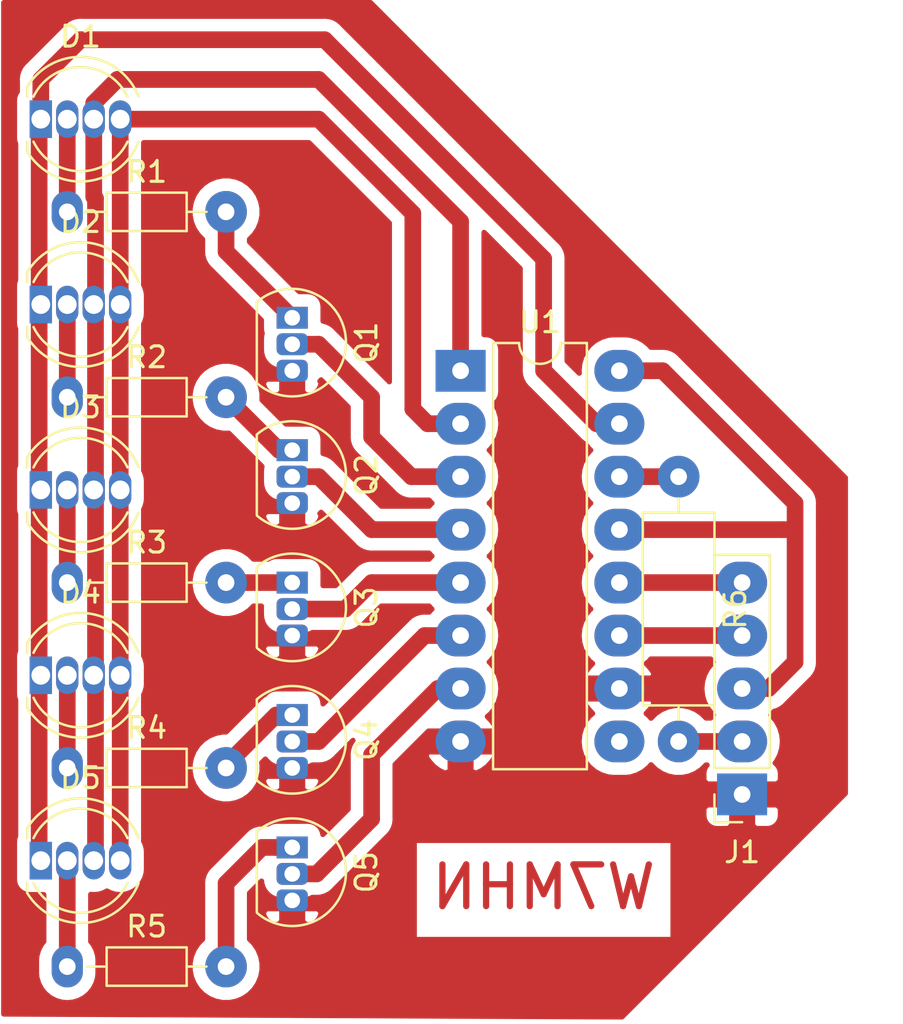
<source format=kicad_pcb>
(kicad_pcb (version 20171130) (host pcbnew "(5.1.6)-1")

  (general
    (thickness 1.6)
    (drawings 1)
    (tracks 75)
    (zones 0)
    (modules 18)
    (nets 26)
  )

  (page A4)
  (layers
    (0 F.Cu signal)
    (31 B.Cu signal)
    (32 B.Adhes user)
    (33 F.Adhes user)
    (34 B.Paste user)
    (35 F.Paste user)
    (36 B.SilkS user)
    (37 F.SilkS user)
    (38 B.Mask user)
    (39 F.Mask user)
    (40 Dwgs.User user)
    (41 Cmts.User user)
    (42 Eco1.User user)
    (43 Eco2.User user)
    (44 Edge.Cuts user)
    (45 Margin user)
    (46 B.CrtYd user)
    (47 F.CrtYd user)
    (48 B.Fab user)
    (49 F.Fab user)
  )

  (setup
    (last_trace_width 0.8)
    (trace_clearance 0.3)
    (zone_clearance 0.6)
    (zone_45_only no)
    (trace_min 0.2)
    (via_size 0.8)
    (via_drill 0.4)
    (via_min_size 0.4)
    (via_min_drill 0.3)
    (uvia_size 0.3)
    (uvia_drill 0.1)
    (uvias_allowed no)
    (uvia_min_size 0.2)
    (uvia_min_drill 0.1)
    (edge_width 0.05)
    (segment_width 0.2)
    (pcb_text_width 0.3)
    (pcb_text_size 1.5 1.5)
    (mod_edge_width 0.12)
    (mod_text_size 1 1)
    (mod_text_width 0.15)
    (pad_size 1.5 2)
    (pad_drill 0.8)
    (pad_to_mask_clearance 0.05)
    (aux_axis_origin 0 0)
    (visible_elements FFFFFF7F)
    (pcbplotparams
      (layerselection 0x010fc_ffffffff)
      (usegerberextensions false)
      (usegerberattributes true)
      (usegerberadvancedattributes true)
      (creategerberjobfile true)
      (excludeedgelayer true)
      (linewidth 0.100000)
      (plotframeref false)
      (viasonmask false)
      (mode 1)
      (useauxorigin false)
      (hpglpennumber 1)
      (hpglpenspeed 20)
      (hpglpendiameter 15.000000)
      (psnegative false)
      (psa4output false)
      (plotreference true)
      (plotvalue true)
      (plotinvisibletext false)
      (padsonsilk false)
      (subtractmaskfromsilk false)
      (outputformat 1)
      (mirror false)
      (drillshape 1)
      (scaleselection 1)
      (outputdirectory ""))
  )

  (net 0 "")
  (net 1 "Net-(D1-Pad4)")
  (net 2 "Net-(D1-Pad3)")
  (net 3 "Net-(D1-Pad2)")
  (net 4 "Net-(D1-Pad1)")
  (net 5 "Net-(D2-Pad2)")
  (net 6 "Net-(D3-Pad2)")
  (net 7 "Net-(D4-Pad2)")
  (net 8 "Net-(D5-Pad2)")
  (net 9 "Net-(J1-Pad5)")
  (net 10 "Net-(J1-Pad4)")
  (net 11 GND)
  (net 12 "Net-(J1-Pad2)")
  (net 13 +5V)
  (net 14 "Net-(Q1-Pad2)")
  (net 15 "Net-(Q2-Pad2)")
  (net 16 "Net-(Q3-Pad2)")
  (net 17 "Net-(Q4-Pad2)")
  (net 18 "Net-(Q5-Pad2)")
  (net 19 "Net-(U1-Pad9)")
  (net 20 "Net-(Q1-Pad1)")
  (net 21 "Net-(Q2-Pad1)")
  (net 22 "Net-(Q3-Pad1)")
  (net 23 "Net-(Q4-Pad1)")
  (net 24 "Net-(Q5-Pad1)")
  (net 25 "Net-(R6-Pad1)")

  (net_class Default "This is the default net class."
    (clearance 0.3)
    (trace_width 0.8)
    (via_dia 0.8)
    (via_drill 0.4)
    (uvia_dia 0.3)
    (uvia_drill 0.1)
    (add_net +5V)
    (add_net GND)
    (add_net "Net-(D1-Pad1)")
    (add_net "Net-(D1-Pad2)")
    (add_net "Net-(D1-Pad3)")
    (add_net "Net-(D1-Pad4)")
    (add_net "Net-(D2-Pad2)")
    (add_net "Net-(D3-Pad2)")
    (add_net "Net-(D4-Pad2)")
    (add_net "Net-(D5-Pad2)")
    (add_net "Net-(J1-Pad2)")
    (add_net "Net-(J1-Pad4)")
    (add_net "Net-(J1-Pad5)")
    (add_net "Net-(Q1-Pad1)")
    (add_net "Net-(Q1-Pad2)")
    (add_net "Net-(Q2-Pad1)")
    (add_net "Net-(Q2-Pad2)")
    (add_net "Net-(Q3-Pad1)")
    (add_net "Net-(Q3-Pad2)")
    (add_net "Net-(Q4-Pad1)")
    (add_net "Net-(Q4-Pad2)")
    (add_net "Net-(Q5-Pad1)")
    (add_net "Net-(Q5-Pad2)")
    (add_net "Net-(R6-Pad1)")
    (add_net "Net-(U1-Pad9)")
  )

  (module Resistor_THT:R_Axial_DIN0309_L9.0mm_D3.2mm_P12.70mm_Horizontal (layer F.Cu) (tedit 5F656FFD) (tstamp 5F664235)
    (at 143.002 81.28 270)
    (descr "Resistor, Axial_DIN0309 series, Axial, Horizontal, pin pitch=12.7mm, 0.5W = 1/2W, length*diameter=9*3.2mm^2, http://cdn-reichelt.de/documents/datenblatt/B400/1_4W%23YAG.pdf")
    (tags "Resistor Axial_DIN0309 series Axial Horizontal pin pitch 12.7mm 0.5W = 1/2W length 9mm diameter 3.2mm")
    (path /5F7FD3C6)
    (fp_text reference R6 (at 6.35 -2.72 90) (layer F.SilkS)
      (effects (font (size 1 1) (thickness 0.15)))
    )
    (fp_text value R_US (at 6.35 2.72 90) (layer F.Fab)
      (effects (font (size 1 1) (thickness 0.15)))
    )
    (fp_text user %R (at 6.35 0 90) (layer F.Fab)
      (effects (font (size 1 1) (thickness 0.15)))
    )
    (fp_line (start 1.85 -1.6) (end 1.85 1.6) (layer F.Fab) (width 0.1))
    (fp_line (start 1.85 1.6) (end 10.85 1.6) (layer F.Fab) (width 0.1))
    (fp_line (start 10.85 1.6) (end 10.85 -1.6) (layer F.Fab) (width 0.1))
    (fp_line (start 10.85 -1.6) (end 1.85 -1.6) (layer F.Fab) (width 0.1))
    (fp_line (start 0 0) (end 1.85 0) (layer F.Fab) (width 0.1))
    (fp_line (start 12.7 0) (end 10.85 0) (layer F.Fab) (width 0.1))
    (fp_line (start 1.73 -1.72) (end 1.73 1.72) (layer F.SilkS) (width 0.12))
    (fp_line (start 1.73 1.72) (end 10.97 1.72) (layer F.SilkS) (width 0.12))
    (fp_line (start 10.97 1.72) (end 10.97 -1.72) (layer F.SilkS) (width 0.12))
    (fp_line (start 10.97 -1.72) (end 1.73 -1.72) (layer F.SilkS) (width 0.12))
    (fp_line (start 1.04 0) (end 1.73 0) (layer F.SilkS) (width 0.12))
    (fp_line (start 11.66 0) (end 10.97 0) (layer F.SilkS) (width 0.12))
    (fp_line (start -1.05 -1.85) (end -1.05 1.85) (layer F.CrtYd) (width 0.05))
    (fp_line (start -1.05 1.85) (end 13.75 1.85) (layer F.CrtYd) (width 0.05))
    (fp_line (start 13.75 1.85) (end 13.75 -1.85) (layer F.CrtYd) (width 0.05))
    (fp_line (start 13.75 -1.85) (end -1.05 -1.85) (layer F.CrtYd) (width 0.05))
    (pad 2 thru_hole circle (at 12.7 0 270) (size 2 2) (drill 0.8) (layers *.Cu *.Mask)
      (net 12 "Net-(J1-Pad2)"))
    (pad 1 thru_hole circle (at 0 0 270) (size 2 2) (drill 0.8) (layers *.Cu *.Mask)
      (net 25 "Net-(R6-Pad1)"))
    (model ${KISYS3DMOD}/Resistor_THT.3dshapes/R_Axial_DIN0309_L9.0mm_D3.2mm_P12.70mm_Horizontal.wrl
      (at (xyz 0 0 0))
      (scale (xyz 1 1 1))
      (rotate (xyz 0 0 0))
    )
  )

  (module Resistor_THT:R_Axial_DIN0204_L3.6mm_D1.6mm_P7.62mm_Horizontal (layer F.Cu) (tedit 5AE5139B) (tstamp 5F661FE1)
    (at 113.665 104.775)
    (descr "Resistor, Axial_DIN0204 series, Axial, Horizontal, pin pitch=7.62mm, 0.167W, length*diameter=3.6*1.6mm^2, http://cdn-reichelt.de/documents/datenblatt/B400/1_4W%23YAG.pdf")
    (tags "Resistor Axial_DIN0204 series Axial Horizontal pin pitch 7.62mm 0.167W length 3.6mm diameter 1.6mm")
    (path /5F7CF5DA)
    (fp_text reference R5 (at 3.81 -1.92) (layer F.SilkS)
      (effects (font (size 1 1) (thickness 0.15)))
    )
    (fp_text value R_US (at 3.81 1.92) (layer F.Fab)
      (effects (font (size 1 1) (thickness 0.15)))
    )
    (fp_text user %R (at 3.81 0) (layer F.Fab)
      (effects (font (size 0.72 0.72) (thickness 0.108)))
    )
    (fp_line (start 2.01 -0.8) (end 2.01 0.8) (layer F.Fab) (width 0.1))
    (fp_line (start 2.01 0.8) (end 5.61 0.8) (layer F.Fab) (width 0.1))
    (fp_line (start 5.61 0.8) (end 5.61 -0.8) (layer F.Fab) (width 0.1))
    (fp_line (start 5.61 -0.8) (end 2.01 -0.8) (layer F.Fab) (width 0.1))
    (fp_line (start 0 0) (end 2.01 0) (layer F.Fab) (width 0.1))
    (fp_line (start 7.62 0) (end 5.61 0) (layer F.Fab) (width 0.1))
    (fp_line (start 1.89 -0.92) (end 1.89 0.92) (layer F.SilkS) (width 0.12))
    (fp_line (start 1.89 0.92) (end 5.73 0.92) (layer F.SilkS) (width 0.12))
    (fp_line (start 5.73 0.92) (end 5.73 -0.92) (layer F.SilkS) (width 0.12))
    (fp_line (start 5.73 -0.92) (end 1.89 -0.92) (layer F.SilkS) (width 0.12))
    (fp_line (start 0.94 0) (end 1.89 0) (layer F.SilkS) (width 0.12))
    (fp_line (start 6.68 0) (end 5.73 0) (layer F.SilkS) (width 0.12))
    (fp_line (start -0.95 -1.05) (end -0.95 1.05) (layer F.CrtYd) (width 0.05))
    (fp_line (start -0.95 1.05) (end 8.57 1.05) (layer F.CrtYd) (width 0.05))
    (fp_line (start 8.57 1.05) (end 8.57 -1.05) (layer F.CrtYd) (width 0.05))
    (fp_line (start 8.57 -1.05) (end -0.95 -1.05) (layer F.CrtYd) (width 0.05))
    (pad 2 thru_hole circle (at 7.62 0) (size 2 2) (drill 0.8) (layers *.Cu *.Mask)
      (net 24 "Net-(Q5-Pad1)"))
    (pad 1 thru_hole oval (at 0 0) (size 1.5 2) (drill 0.8) (layers *.Cu *.Mask)
      (net 8 "Net-(D5-Pad2)"))
    (model ${KISYS3DMOD}/Resistor_THT.3dshapes/R_Axial_DIN0204_L3.6mm_D1.6mm_P7.62mm_Horizontal.wrl
      (at (xyz 0 0 0))
      (scale (xyz 1 1 1))
      (rotate (xyz 0 0 0))
    )
  )

  (module Resistor_THT:R_Axial_DIN0204_L3.6mm_D1.6mm_P7.62mm_Horizontal (layer F.Cu) (tedit 5AE5139B) (tstamp 5F661FCE)
    (at 113.665 95.25)
    (descr "Resistor, Axial_DIN0204 series, Axial, Horizontal, pin pitch=7.62mm, 0.167W, length*diameter=3.6*1.6mm^2, http://cdn-reichelt.de/documents/datenblatt/B400/1_4W%23YAG.pdf")
    (tags "Resistor Axial_DIN0204 series Axial Horizontal pin pitch 7.62mm 0.167W length 3.6mm diameter 1.6mm")
    (path /5F7D083D)
    (fp_text reference R4 (at 3.81 -1.92) (layer F.SilkS)
      (effects (font (size 1 1) (thickness 0.15)))
    )
    (fp_text value R_US (at 3.81 1.92) (layer F.Fab)
      (effects (font (size 1 1) (thickness 0.15)))
    )
    (fp_text user %R (at 3.81 0) (layer F.Fab)
      (effects (font (size 0.72 0.72) (thickness 0.108)))
    )
    (fp_line (start 2.01 -0.8) (end 2.01 0.8) (layer F.Fab) (width 0.1))
    (fp_line (start 2.01 0.8) (end 5.61 0.8) (layer F.Fab) (width 0.1))
    (fp_line (start 5.61 0.8) (end 5.61 -0.8) (layer F.Fab) (width 0.1))
    (fp_line (start 5.61 -0.8) (end 2.01 -0.8) (layer F.Fab) (width 0.1))
    (fp_line (start 0 0) (end 2.01 0) (layer F.Fab) (width 0.1))
    (fp_line (start 7.62 0) (end 5.61 0) (layer F.Fab) (width 0.1))
    (fp_line (start 1.89 -0.92) (end 1.89 0.92) (layer F.SilkS) (width 0.12))
    (fp_line (start 1.89 0.92) (end 5.73 0.92) (layer F.SilkS) (width 0.12))
    (fp_line (start 5.73 0.92) (end 5.73 -0.92) (layer F.SilkS) (width 0.12))
    (fp_line (start 5.73 -0.92) (end 1.89 -0.92) (layer F.SilkS) (width 0.12))
    (fp_line (start 0.94 0) (end 1.89 0) (layer F.SilkS) (width 0.12))
    (fp_line (start 6.68 0) (end 5.73 0) (layer F.SilkS) (width 0.12))
    (fp_line (start -0.95 -1.05) (end -0.95 1.05) (layer F.CrtYd) (width 0.05))
    (fp_line (start -0.95 1.05) (end 8.57 1.05) (layer F.CrtYd) (width 0.05))
    (fp_line (start 8.57 1.05) (end 8.57 -1.05) (layer F.CrtYd) (width 0.05))
    (fp_line (start 8.57 -1.05) (end -0.95 -1.05) (layer F.CrtYd) (width 0.05))
    (pad 2 thru_hole circle (at 7.62 0) (size 2 2) (drill 0.8) (layers *.Cu *.Mask)
      (net 23 "Net-(Q4-Pad1)"))
    (pad 1 thru_hole oval (at 0 0) (size 1.5 2) (drill 0.8) (layers *.Cu *.Mask)
      (net 7 "Net-(D4-Pad2)"))
    (model ${KISYS3DMOD}/Resistor_THT.3dshapes/R_Axial_DIN0204_L3.6mm_D1.6mm_P7.62mm_Horizontal.wrl
      (at (xyz 0 0 0))
      (scale (xyz 1 1 1))
      (rotate (xyz 0 0 0))
    )
  )

  (module Resistor_THT:R_Axial_DIN0204_L3.6mm_D1.6mm_P7.62mm_Horizontal (layer F.Cu) (tedit 5AE5139B) (tstamp 5F661FBB)
    (at 113.665 86.36)
    (descr "Resistor, Axial_DIN0204 series, Axial, Horizontal, pin pitch=7.62mm, 0.167W, length*diameter=3.6*1.6mm^2, http://cdn-reichelt.de/documents/datenblatt/B400/1_4W%23YAG.pdf")
    (tags "Resistor Axial_DIN0204 series Axial Horizontal pin pitch 7.62mm 0.167W length 3.6mm diameter 1.6mm")
    (path /5F7D286D)
    (fp_text reference R3 (at 3.81 -1.92) (layer F.SilkS)
      (effects (font (size 1 1) (thickness 0.15)))
    )
    (fp_text value R_US (at 3.81 1.92) (layer F.Fab)
      (effects (font (size 1 1) (thickness 0.15)))
    )
    (fp_text user %R (at 3.81 0) (layer F.Fab)
      (effects (font (size 0.72 0.72) (thickness 0.108)))
    )
    (fp_line (start 2.01 -0.8) (end 2.01 0.8) (layer F.Fab) (width 0.1))
    (fp_line (start 2.01 0.8) (end 5.61 0.8) (layer F.Fab) (width 0.1))
    (fp_line (start 5.61 0.8) (end 5.61 -0.8) (layer F.Fab) (width 0.1))
    (fp_line (start 5.61 -0.8) (end 2.01 -0.8) (layer F.Fab) (width 0.1))
    (fp_line (start 0 0) (end 2.01 0) (layer F.Fab) (width 0.1))
    (fp_line (start 7.62 0) (end 5.61 0) (layer F.Fab) (width 0.1))
    (fp_line (start 1.89 -0.92) (end 1.89 0.92) (layer F.SilkS) (width 0.12))
    (fp_line (start 1.89 0.92) (end 5.73 0.92) (layer F.SilkS) (width 0.12))
    (fp_line (start 5.73 0.92) (end 5.73 -0.92) (layer F.SilkS) (width 0.12))
    (fp_line (start 5.73 -0.92) (end 1.89 -0.92) (layer F.SilkS) (width 0.12))
    (fp_line (start 0.94 0) (end 1.89 0) (layer F.SilkS) (width 0.12))
    (fp_line (start 6.68 0) (end 5.73 0) (layer F.SilkS) (width 0.12))
    (fp_line (start -0.95 -1.05) (end -0.95 1.05) (layer F.CrtYd) (width 0.05))
    (fp_line (start -0.95 1.05) (end 8.57 1.05) (layer F.CrtYd) (width 0.05))
    (fp_line (start 8.57 1.05) (end 8.57 -1.05) (layer F.CrtYd) (width 0.05))
    (fp_line (start 8.57 -1.05) (end -0.95 -1.05) (layer F.CrtYd) (width 0.05))
    (pad 2 thru_hole circle (at 7.62 0) (size 2 2) (drill 0.8) (layers *.Cu *.Mask)
      (net 22 "Net-(Q3-Pad1)"))
    (pad 1 thru_hole oval (at 0 0) (size 1.5 2) (drill 0.8) (layers *.Cu *.Mask)
      (net 6 "Net-(D3-Pad2)"))
    (model ${KISYS3DMOD}/Resistor_THT.3dshapes/R_Axial_DIN0204_L3.6mm_D1.6mm_P7.62mm_Horizontal.wrl
      (at (xyz 0 0 0))
      (scale (xyz 1 1 1))
      (rotate (xyz 0 0 0))
    )
  )

  (module Resistor_THT:R_Axial_DIN0204_L3.6mm_D1.6mm_P7.62mm_Horizontal (layer F.Cu) (tedit 5AE5139B) (tstamp 5F661FA8)
    (at 113.665 77.47)
    (descr "Resistor, Axial_DIN0204 series, Axial, Horizontal, pin pitch=7.62mm, 0.167W, length*diameter=3.6*1.6mm^2, http://cdn-reichelt.de/documents/datenblatt/B400/1_4W%23YAG.pdf")
    (tags "Resistor Axial_DIN0204 series Axial Horizontal pin pitch 7.62mm 0.167W length 3.6mm diameter 1.6mm")
    (path /5F7D47E9)
    (fp_text reference R2 (at 3.81 -1.92) (layer F.SilkS)
      (effects (font (size 1 1) (thickness 0.15)))
    )
    (fp_text value R_US (at 3.81 1.92) (layer F.Fab)
      (effects (font (size 1 1) (thickness 0.15)))
    )
    (fp_text user %R (at 3.81 0) (layer F.Fab)
      (effects (font (size 0.72 0.72) (thickness 0.108)))
    )
    (fp_line (start 2.01 -0.8) (end 2.01 0.8) (layer F.Fab) (width 0.1))
    (fp_line (start 2.01 0.8) (end 5.61 0.8) (layer F.Fab) (width 0.1))
    (fp_line (start 5.61 0.8) (end 5.61 -0.8) (layer F.Fab) (width 0.1))
    (fp_line (start 5.61 -0.8) (end 2.01 -0.8) (layer F.Fab) (width 0.1))
    (fp_line (start 0 0) (end 2.01 0) (layer F.Fab) (width 0.1))
    (fp_line (start 7.62 0) (end 5.61 0) (layer F.Fab) (width 0.1))
    (fp_line (start 1.89 -0.92) (end 1.89 0.92) (layer F.SilkS) (width 0.12))
    (fp_line (start 1.89 0.92) (end 5.73 0.92) (layer F.SilkS) (width 0.12))
    (fp_line (start 5.73 0.92) (end 5.73 -0.92) (layer F.SilkS) (width 0.12))
    (fp_line (start 5.73 -0.92) (end 1.89 -0.92) (layer F.SilkS) (width 0.12))
    (fp_line (start 0.94 0) (end 1.89 0) (layer F.SilkS) (width 0.12))
    (fp_line (start 6.68 0) (end 5.73 0) (layer F.SilkS) (width 0.12))
    (fp_line (start -0.95 -1.05) (end -0.95 1.05) (layer F.CrtYd) (width 0.05))
    (fp_line (start -0.95 1.05) (end 8.57 1.05) (layer F.CrtYd) (width 0.05))
    (fp_line (start 8.57 1.05) (end 8.57 -1.05) (layer F.CrtYd) (width 0.05))
    (fp_line (start 8.57 -1.05) (end -0.95 -1.05) (layer F.CrtYd) (width 0.05))
    (pad 2 thru_hole circle (at 7.62 0) (size 2 2) (drill 0.8) (layers *.Cu *.Mask)
      (net 21 "Net-(Q2-Pad1)"))
    (pad 1 thru_hole oval (at 0 0) (size 1.5 2) (drill 0.8) (layers *.Cu *.Mask)
      (net 5 "Net-(D2-Pad2)"))
    (model ${KISYS3DMOD}/Resistor_THT.3dshapes/R_Axial_DIN0204_L3.6mm_D1.6mm_P7.62mm_Horizontal.wrl
      (at (xyz 0 0 0))
      (scale (xyz 1 1 1))
      (rotate (xyz 0 0 0))
    )
  )

  (module Resistor_THT:R_Axial_DIN0204_L3.6mm_D1.6mm_P7.62mm_Horizontal (layer F.Cu) (tedit 5F6572C9) (tstamp 5F661F95)
    (at 113.665 68.58)
    (descr "Resistor, Axial_DIN0204 series, Axial, Horizontal, pin pitch=7.62mm, 0.167W, length*diameter=3.6*1.6mm^2, http://cdn-reichelt.de/documents/datenblatt/B400/1_4W%23YAG.pdf")
    (tags "Resistor Axial_DIN0204 series Axial Horizontal pin pitch 7.62mm 0.167W length 3.6mm diameter 1.6mm")
    (path /5F7D68B9)
    (fp_text reference R1 (at 3.81 -1.92) (layer F.SilkS)
      (effects (font (size 1 1) (thickness 0.15)))
    )
    (fp_text value R_US (at 3.81 1.92) (layer F.Fab)
      (effects (font (size 1 1) (thickness 0.15)))
    )
    (fp_text user %R (at 3.81 0) (layer F.Fab)
      (effects (font (size 0.72 0.72) (thickness 0.108)))
    )
    (fp_line (start 2.01 -0.8) (end 2.01 0.8) (layer F.Fab) (width 0.1))
    (fp_line (start 2.01 0.8) (end 5.61 0.8) (layer F.Fab) (width 0.1))
    (fp_line (start 5.61 0.8) (end 5.61 -0.8) (layer F.Fab) (width 0.1))
    (fp_line (start 5.61 -0.8) (end 2.01 -0.8) (layer F.Fab) (width 0.1))
    (fp_line (start 0 0) (end 2.01 0) (layer F.Fab) (width 0.1))
    (fp_line (start 7.62 0) (end 5.61 0) (layer F.Fab) (width 0.1))
    (fp_line (start 1.89 -0.92) (end 1.89 0.92) (layer F.SilkS) (width 0.12))
    (fp_line (start 1.89 0.92) (end 5.73 0.92) (layer F.SilkS) (width 0.12))
    (fp_line (start 5.73 0.92) (end 5.73 -0.92) (layer F.SilkS) (width 0.12))
    (fp_line (start 5.73 -0.92) (end 1.89 -0.92) (layer F.SilkS) (width 0.12))
    (fp_line (start 0.94 0) (end 1.89 0) (layer F.SilkS) (width 0.12))
    (fp_line (start 6.68 0) (end 5.73 0) (layer F.SilkS) (width 0.12))
    (fp_line (start -0.95 -1.05) (end -0.95 1.05) (layer F.CrtYd) (width 0.05))
    (fp_line (start -0.95 1.05) (end 8.57 1.05) (layer F.CrtYd) (width 0.05))
    (fp_line (start 8.57 1.05) (end 8.57 -1.05) (layer F.CrtYd) (width 0.05))
    (fp_line (start 8.57 -1.05) (end -0.95 -1.05) (layer F.CrtYd) (width 0.05))
    (pad 2 thru_hole circle (at 7.62 0) (size 2 2) (drill 0.8) (layers *.Cu *.Mask)
      (net 20 "Net-(Q1-Pad1)"))
    (pad 1 thru_hole oval (at 0 0) (size 1.5 2) (drill 0.8) (layers *.Cu *.Mask)
      (net 3 "Net-(D1-Pad2)"))
    (model ${KISYS3DMOD}/Resistor_THT.3dshapes/R_Axial_DIN0204_L3.6mm_D1.6mm_P7.62mm_Horizontal.wrl
      (at (xyz 0 0 0))
      (scale (xyz 1 1 1))
      (rotate (xyz 0 0 0))
    )
  )

  (module Package_DIP:DIP-16_W7.62mm_LongPads (layer F.Cu) (tedit 5F656F10) (tstamp 5F65C4AF)
    (at 132.539001 76.2)
    (descr "16-lead though-hole mounted DIP package, row spacing 7.62 mm (300 mils), LongPads")
    (tags "THT DIP DIL PDIP 2.54mm 7.62mm 300mil LongPads")
    (path /5F654232)
    (fp_text reference U1 (at 3.81 -2.33) (layer F.SilkS)
      (effects (font (size 1 1) (thickness 0.15)))
    )
    (fp_text value 74HC595 (at 3.81 20.11) (layer F.Fab)
      (effects (font (size 1 1) (thickness 0.15)))
    )
    (fp_text user %R (at 3.81 8.89) (layer F.Fab)
      (effects (font (size 1 1) (thickness 0.15)))
    )
    (fp_arc (start 3.81 -1.33) (end 2.81 -1.33) (angle -180) (layer F.SilkS) (width 0.12))
    (fp_line (start 1.635 -1.27) (end 6.985 -1.27) (layer F.Fab) (width 0.1))
    (fp_line (start 6.985 -1.27) (end 6.985 19.05) (layer F.Fab) (width 0.1))
    (fp_line (start 6.985 19.05) (end 0.635 19.05) (layer F.Fab) (width 0.1))
    (fp_line (start 0.635 19.05) (end 0.635 -0.27) (layer F.Fab) (width 0.1))
    (fp_line (start 0.635 -0.27) (end 1.635 -1.27) (layer F.Fab) (width 0.1))
    (fp_line (start 2.81 -1.33) (end 1.56 -1.33) (layer F.SilkS) (width 0.12))
    (fp_line (start 1.56 -1.33) (end 1.56 19.11) (layer F.SilkS) (width 0.12))
    (fp_line (start 1.56 19.11) (end 6.06 19.11) (layer F.SilkS) (width 0.12))
    (fp_line (start 6.06 19.11) (end 6.06 -1.33) (layer F.SilkS) (width 0.12))
    (fp_line (start 6.06 -1.33) (end 4.81 -1.33) (layer F.SilkS) (width 0.12))
    (fp_line (start -1.45 -1.55) (end -1.45 19.3) (layer F.CrtYd) (width 0.05))
    (fp_line (start -1.45 19.3) (end 9.1 19.3) (layer F.CrtYd) (width 0.05))
    (fp_line (start 9.1 19.3) (end 9.1 -1.55) (layer F.CrtYd) (width 0.05))
    (fp_line (start 9.1 -1.55) (end -1.45 -1.55) (layer F.CrtYd) (width 0.05))
    (pad 16 thru_hole oval (at 7.62 0) (size 2.4 2) (drill 0.8) (layers *.Cu *.Mask)
      (net 13 +5V))
    (pad 8 thru_hole oval (at 0 17.78) (size 2.4 2) (drill 0.8) (layers *.Cu *.Mask)
      (net 11 GND))
    (pad 15 thru_hole oval (at 7.62 2.54) (size 2.4 2) (drill 0.8) (layers *.Cu *.Mask)
      (net 4 "Net-(D1-Pad1)"))
    (pad 7 thru_hole oval (at 0 15.24) (size 2.4 2) (drill 0.8) (layers *.Cu *.Mask)
      (net 18 "Net-(Q5-Pad2)"))
    (pad 14 thru_hole oval (at 7.62 5.08) (size 2.4 2) (drill 0.8) (layers *.Cu *.Mask)
      (net 25 "Net-(R6-Pad1)"))
    (pad 6 thru_hole oval (at 0 12.7) (size 2.4 2) (drill 0.8) (layers *.Cu *.Mask)
      (net 17 "Net-(Q4-Pad2)"))
    (pad 13 thru_hole oval (at 7.62 7.62) (size 2.4 2) (drill 0.8) (layers *.Cu *.Mask)
      (net 13 +5V))
    (pad 5 thru_hole oval (at 0 10.16) (size 2.4 2) (drill 0.8) (layers *.Cu *.Mask)
      (net 16 "Net-(Q3-Pad2)"))
    (pad 12 thru_hole oval (at 7.62 10.16) (size 2.4 2) (drill 0.8) (layers *.Cu *.Mask)
      (net 9 "Net-(J1-Pad5)"))
    (pad 4 thru_hole oval (at 0 7.62) (size 2.4 2) (drill 0.8) (layers *.Cu *.Mask)
      (net 15 "Net-(Q2-Pad2)"))
    (pad 11 thru_hole oval (at 7.62 12.7) (size 2.4 2) (drill 0.8) (layers *.Cu *.Mask)
      (net 10 "Net-(J1-Pad4)"))
    (pad 3 thru_hole oval (at 0 5.08) (size 2.4 2) (drill 0.8) (layers *.Cu *.Mask)
      (net 14 "Net-(Q1-Pad2)"))
    (pad 10 thru_hole oval (at 7.62 15.24) (size 2.4 2) (drill 0.8) (layers *.Cu *.Mask)
      (net 11 GND))
    (pad 2 thru_hole oval (at 0 2.54) (size 2.4 2) (drill 0.8) (layers *.Cu *.Mask)
      (net 1 "Net-(D1-Pad4)"))
    (pad 9 thru_hole oval (at 7.62 17.78) (size 2.4 2) (drill 0.8) (layers *.Cu *.Mask)
      (net 19 "Net-(U1-Pad9)"))
    (pad 1 thru_hole rect (at 0 0) (size 2.4 2) (drill 0.8) (layers *.Cu *.Mask)
      (net 2 "Net-(D1-Pad3)"))
    (model ${KISYS3DMOD}/Package_DIP.3dshapes/DIP-16_W7.62mm.wrl
      (at (xyz 0 0 0))
      (scale (xyz 1 1 1))
      (rotate (xyz 0 0 0))
    )
  )

  (module Package_TO_SOT_THT:TO-92L_Inline (layer F.Cu) (tedit 5A279A44) (tstamp 5F65C374)
    (at 124.46 99.06 270)
    (descr "TO-92L leads in-line (large body variant of TO-92), also known as TO-226, wide, drill 0.75mm (see https://www.diodes.com/assets/Package-Files/TO92L.pdf and http://www.ti.com/lit/an/snoa059/snoa059.pdf)")
    (tags "TO-92L Inline Wide transistor")
    (path /5F65FBEC)
    (fp_text reference Q5 (at 1.19 -3.56 90) (layer F.SilkS)
      (effects (font (size 1 1) (thickness 0.15)))
    )
    (fp_text value Q_NPN_CBE (at 1.19 2.79 90) (layer F.Fab)
      (effects (font (size 1 1) (thickness 0.15)))
    )
    (fp_arc (start 1.19 0) (end 1.19 -2.48) (angle -130.2499344) (layer F.Fab) (width 0.1))
    (fp_arc (start 1.19 0) (end 1.19 -2.48) (angle 129.9527847) (layer F.Fab) (width 0.1))
    (fp_arc (start 1.19 0) (end -0.75 1.7) (angle 262.164354) (layer F.SilkS) (width 0.12))
    (fp_text user %R (at 1.19 -3.56 90) (layer F.Fab)
      (effects (font (size 1 1) (thickness 0.15)))
    )
    (fp_line (start -0.75 1.7) (end 3.1 1.7) (layer F.SilkS) (width 0.12))
    (fp_line (start -0.7 1.6) (end 3.05 1.6) (layer F.Fab) (width 0.1))
    (fp_line (start -1.55 -2.75) (end 3.95 -2.75) (layer F.CrtYd) (width 0.05))
    (fp_line (start -1.55 -2.75) (end -1.55 1.85) (layer F.CrtYd) (width 0.05))
    (fp_line (start 3.95 1.85) (end 3.95 -2.75) (layer F.CrtYd) (width 0.05))
    (fp_line (start 3.95 1.85) (end -1.55 1.85) (layer F.CrtYd) (width 0.05))
    (pad 1 thru_hole rect (at 0 0 270) (size 1.05 1.5) (drill 0.75) (layers *.Cu *.Mask)
      (net 24 "Net-(Q5-Pad1)"))
    (pad 3 thru_hole roundrect (at 2.54 0 270) (size 1.05 1.5) (drill 0.75) (layers *.Cu *.Mask) (roundrect_rratio 0.25)
      (net 11 GND))
    (pad 2 thru_hole roundrect (at 1.27 0 270) (size 1.05 1.5) (drill 0.75) (layers *.Cu *.Mask) (roundrect_rratio 0.25)
      (net 18 "Net-(Q5-Pad2)"))
    (model ${KISYS3DMOD}/Package_TO_SOT_THT.3dshapes/TO-92L_Inline.wrl
      (at (xyz 0 0 0))
      (scale (xyz 1 1 1))
      (rotate (xyz 0 0 0))
    )
  )

  (module Package_TO_SOT_THT:TO-92L_Inline (layer F.Cu) (tedit 5A279A44) (tstamp 5F65C440)
    (at 124.46 92.71 270)
    (descr "TO-92L leads in-line (large body variant of TO-92), also known as TO-226, wide, drill 0.75mm (see https://www.diodes.com/assets/Package-Files/TO92L.pdf and http://www.ti.com/lit/an/snoa059/snoa059.pdf)")
    (tags "TO-92L Inline Wide transistor")
    (path /5F65FBE6)
    (fp_text reference Q4 (at 1.19 -3.56 90) (layer F.SilkS)
      (effects (font (size 1 1) (thickness 0.15)))
    )
    (fp_text value Q_NPN_CBE (at 1.19 2.79 90) (layer F.Fab)
      (effects (font (size 1 1) (thickness 0.15)))
    )
    (fp_arc (start 1.19 0) (end 1.19 -2.48) (angle -130.2499344) (layer F.Fab) (width 0.1))
    (fp_arc (start 1.19 0) (end 1.19 -2.48) (angle 129.9527847) (layer F.Fab) (width 0.1))
    (fp_arc (start 1.19 0) (end -0.75 1.7) (angle 262.164354) (layer F.SilkS) (width 0.12))
    (fp_text user %R (at 1.19 -3.56 90) (layer F.Fab)
      (effects (font (size 1 1) (thickness 0.15)))
    )
    (fp_line (start -0.75 1.7) (end 3.1 1.7) (layer F.SilkS) (width 0.12))
    (fp_line (start -0.7 1.6) (end 3.05 1.6) (layer F.Fab) (width 0.1))
    (fp_line (start -1.55 -2.75) (end 3.95 -2.75) (layer F.CrtYd) (width 0.05))
    (fp_line (start -1.55 -2.75) (end -1.55 1.85) (layer F.CrtYd) (width 0.05))
    (fp_line (start 3.95 1.85) (end 3.95 -2.75) (layer F.CrtYd) (width 0.05))
    (fp_line (start 3.95 1.85) (end -1.55 1.85) (layer F.CrtYd) (width 0.05))
    (pad 1 thru_hole rect (at 0 0 270) (size 1.05 1.5) (drill 0.75) (layers *.Cu *.Mask)
      (net 23 "Net-(Q4-Pad1)"))
    (pad 3 thru_hole roundrect (at 2.54 0 270) (size 1.05 1.5) (drill 0.75) (layers *.Cu *.Mask) (roundrect_rratio 0.25)
      (net 11 GND))
    (pad 2 thru_hole roundrect (at 1.27 0 270) (size 1.05 1.5) (drill 0.75) (layers *.Cu *.Mask) (roundrect_rratio 0.25)
      (net 17 "Net-(Q4-Pad2)"))
    (model ${KISYS3DMOD}/Package_TO_SOT_THT.3dshapes/TO-92L_Inline.wrl
      (at (xyz 0 0 0))
      (scale (xyz 1 1 1))
      (rotate (xyz 0 0 0))
    )
  )

  (module Package_TO_SOT_THT:TO-92L_Inline (layer F.Cu) (tedit 5A279A44) (tstamp 5F65C470)
    (at 124.46 86.36 270)
    (descr "TO-92L leads in-line (large body variant of TO-92), also known as TO-226, wide, drill 0.75mm (see https://www.diodes.com/assets/Package-Files/TO92L.pdf and http://www.ti.com/lit/an/snoa059/snoa059.pdf)")
    (tags "TO-92L Inline Wide transistor")
    (path /5F65A346)
    (fp_text reference Q3 (at 1.19 -3.56 90) (layer F.SilkS)
      (effects (font (size 1 1) (thickness 0.15)))
    )
    (fp_text value Q_NPN_CBE (at 1.19 2.79 90) (layer F.Fab)
      (effects (font (size 1 1) (thickness 0.15)))
    )
    (fp_arc (start 1.19 0) (end 1.19 -2.48) (angle -130.2499344) (layer F.Fab) (width 0.1))
    (fp_arc (start 1.19 0) (end 1.19 -2.48) (angle 129.9527847) (layer F.Fab) (width 0.1))
    (fp_arc (start 1.19 0) (end -0.75 1.7) (angle 262.164354) (layer F.SilkS) (width 0.12))
    (fp_text user %R (at 1.19 -3.56 90) (layer F.Fab)
      (effects (font (size 1 1) (thickness 0.15)))
    )
    (fp_line (start -0.75 1.7) (end 3.1 1.7) (layer F.SilkS) (width 0.12))
    (fp_line (start -0.7 1.6) (end 3.05 1.6) (layer F.Fab) (width 0.1))
    (fp_line (start -1.55 -2.75) (end 3.95 -2.75) (layer F.CrtYd) (width 0.05))
    (fp_line (start -1.55 -2.75) (end -1.55 1.85) (layer F.CrtYd) (width 0.05))
    (fp_line (start 3.95 1.85) (end 3.95 -2.75) (layer F.CrtYd) (width 0.05))
    (fp_line (start 3.95 1.85) (end -1.55 1.85) (layer F.CrtYd) (width 0.05))
    (pad 1 thru_hole rect (at 0 0 270) (size 1.05 1.5) (drill 0.75) (layers *.Cu *.Mask)
      (net 22 "Net-(Q3-Pad1)"))
    (pad 3 thru_hole roundrect (at 2.54 0 270) (size 1.05 1.5) (drill 0.75) (layers *.Cu *.Mask) (roundrect_rratio 0.25)
      (net 11 GND))
    (pad 2 thru_hole roundrect (at 1.27 0 270) (size 1.05 1.5) (drill 0.75) (layers *.Cu *.Mask) (roundrect_rratio 0.25)
      (net 16 "Net-(Q3-Pad2)"))
    (model ${KISYS3DMOD}/Package_TO_SOT_THT.3dshapes/TO-92L_Inline.wrl
      (at (xyz 0 0 0))
      (scale (xyz 1 1 1))
      (rotate (xyz 0 0 0))
    )
  )

  (module Package_TO_SOT_THT:TO-92L_Inline (layer F.Cu) (tedit 5A279A44) (tstamp 5F65C410)
    (at 124.46 80.01 270)
    (descr "TO-92L leads in-line (large body variant of TO-92), also known as TO-226, wide, drill 0.75mm (see https://www.diodes.com/assets/Package-Files/TO92L.pdf and http://www.ti.com/lit/an/snoa059/snoa059.pdf)")
    (tags "TO-92L Inline Wide transistor")
    (path /5F65994B)
    (fp_text reference Q2 (at 1.19 -3.56 90) (layer F.SilkS)
      (effects (font (size 1 1) (thickness 0.15)))
    )
    (fp_text value Q_NPN_CBE (at 1.19 2.79 90) (layer F.Fab)
      (effects (font (size 1 1) (thickness 0.15)))
    )
    (fp_arc (start 1.19 0) (end 1.19 -2.48) (angle -130.2499344) (layer F.Fab) (width 0.1))
    (fp_arc (start 1.19 0) (end 1.19 -2.48) (angle 129.9527847) (layer F.Fab) (width 0.1))
    (fp_arc (start 1.19 0) (end -0.75 1.7) (angle 262.164354) (layer F.SilkS) (width 0.12))
    (fp_text user %R (at 1.19 -3.56 90) (layer F.Fab)
      (effects (font (size 1 1) (thickness 0.15)))
    )
    (fp_line (start -0.75 1.7) (end 3.1 1.7) (layer F.SilkS) (width 0.12))
    (fp_line (start -0.7 1.6) (end 3.05 1.6) (layer F.Fab) (width 0.1))
    (fp_line (start -1.55 -2.75) (end 3.95 -2.75) (layer F.CrtYd) (width 0.05))
    (fp_line (start -1.55 -2.75) (end -1.55 1.85) (layer F.CrtYd) (width 0.05))
    (fp_line (start 3.95 1.85) (end 3.95 -2.75) (layer F.CrtYd) (width 0.05))
    (fp_line (start 3.95 1.85) (end -1.55 1.85) (layer F.CrtYd) (width 0.05))
    (pad 1 thru_hole rect (at 0 0 270) (size 1.05 1.5) (drill 0.75) (layers *.Cu *.Mask)
      (net 21 "Net-(Q2-Pad1)"))
    (pad 3 thru_hole roundrect (at 2.54 0 270) (size 1.05 1.5) (drill 0.75) (layers *.Cu *.Mask) (roundrect_rratio 0.25)
      (net 11 GND))
    (pad 2 thru_hole roundrect (at 1.27 0 270) (size 1.05 1.5) (drill 0.75) (layers *.Cu *.Mask) (roundrect_rratio 0.25)
      (net 15 "Net-(Q2-Pad2)"))
    (model ${KISYS3DMOD}/Package_TO_SOT_THT.3dshapes/TO-92L_Inline.wrl
      (at (xyz 0 0 0))
      (scale (xyz 1 1 1))
      (rotate (xyz 0 0 0))
    )
  )

  (module Package_TO_SOT_THT:TO-92L_Inline (layer F.Cu) (tedit 5A279A44) (tstamp 5F65C533)
    (at 124.46 73.66 270)
    (descr "TO-92L leads in-line (large body variant of TO-92), also known as TO-226, wide, drill 0.75mm (see https://www.diodes.com/assets/Package-Files/TO92L.pdf and http://www.ti.com/lit/an/snoa059/snoa059.pdf)")
    (tags "TO-92L Inline Wide transistor")
    (path /5F65887B)
    (fp_text reference Q1 (at 1.19 -3.56 90) (layer F.SilkS)
      (effects (font (size 1 1) (thickness 0.15)))
    )
    (fp_text value Q_NPN_CBE (at 1.19 2.79 90) (layer F.Fab)
      (effects (font (size 1 1) (thickness 0.15)))
    )
    (fp_arc (start 1.19 0) (end 1.19 -2.48) (angle -130.2499344) (layer F.Fab) (width 0.1))
    (fp_arc (start 1.19 0) (end 1.19 -2.48) (angle 129.9527847) (layer F.Fab) (width 0.1))
    (fp_arc (start 1.19 0) (end -0.75 1.7) (angle 262.164354) (layer F.SilkS) (width 0.12))
    (fp_text user %R (at 1.19 -3.56 90) (layer F.Fab)
      (effects (font (size 1 1) (thickness 0.15)))
    )
    (fp_line (start -0.75 1.7) (end 3.1 1.7) (layer F.SilkS) (width 0.12))
    (fp_line (start -0.7 1.6) (end 3.05 1.6) (layer F.Fab) (width 0.1))
    (fp_line (start -1.55 -2.75) (end 3.95 -2.75) (layer F.CrtYd) (width 0.05))
    (fp_line (start -1.55 -2.75) (end -1.55 1.85) (layer F.CrtYd) (width 0.05))
    (fp_line (start 3.95 1.85) (end 3.95 -2.75) (layer F.CrtYd) (width 0.05))
    (fp_line (start 3.95 1.85) (end -1.55 1.85) (layer F.CrtYd) (width 0.05))
    (pad 1 thru_hole rect (at 0 0 270) (size 1.05 1.5) (drill 0.75) (layers *.Cu *.Mask)
      (net 20 "Net-(Q1-Pad1)"))
    (pad 3 thru_hole roundrect (at 2.54 0 270) (size 1.05 1.5) (drill 0.75) (layers *.Cu *.Mask) (roundrect_rratio 0.25)
      (net 11 GND))
    (pad 2 thru_hole roundrect (at 1.27 0 270) (size 1.05 1.5) (drill 0.75) (layers *.Cu *.Mask) (roundrect_rratio 0.25)
      (net 14 "Net-(Q1-Pad2)"))
    (model ${KISYS3DMOD}/Package_TO_SOT_THT.3dshapes/TO-92L_Inline.wrl
      (at (xyz 0 0 0))
      (scale (xyz 1 1 1))
      (rotate (xyz 0 0 0))
    )
  )

  (module Connector_PinSocket_2.54mm:PinSocket_1x05_P2.54mm_Vertical (layer F.Cu) (tedit 5F656F81) (tstamp 5F65C56B)
    (at 146.05 96.52 180)
    (descr "Through hole straight socket strip, 1x05, 2.54mm pitch, single row (from Kicad 4.0.7), script generated")
    (tags "Through hole socket strip THT 1x05 2.54mm single row")
    (path /5F6A976F)
    (fp_text reference J1 (at 0 -2.77) (layer F.SilkS)
      (effects (font (size 1 1) (thickness 0.15)))
    )
    (fp_text value Conn_01x05_Female (at 0 12.93) (layer F.Fab)
      (effects (font (size 1 1) (thickness 0.15)))
    )
    (fp_text user %R (at 0 5.08 90) (layer F.Fab)
      (effects (font (size 1 1) (thickness 0.15)))
    )
    (fp_line (start -1.27 -1.27) (end 0.635 -1.27) (layer F.Fab) (width 0.1))
    (fp_line (start 0.635 -1.27) (end 1.27 -0.635) (layer F.Fab) (width 0.1))
    (fp_line (start 1.27 -0.635) (end 1.27 11.43) (layer F.Fab) (width 0.1))
    (fp_line (start 1.27 11.43) (end -1.27 11.43) (layer F.Fab) (width 0.1))
    (fp_line (start -1.27 11.43) (end -1.27 -1.27) (layer F.Fab) (width 0.1))
    (fp_line (start -1.33 1.27) (end 1.33 1.27) (layer F.SilkS) (width 0.12))
    (fp_line (start -1.33 1.27) (end -1.33 11.49) (layer F.SilkS) (width 0.12))
    (fp_line (start -1.33 11.49) (end 1.33 11.49) (layer F.SilkS) (width 0.12))
    (fp_line (start 1.33 1.27) (end 1.33 11.49) (layer F.SilkS) (width 0.12))
    (fp_line (start 1.33 -1.33) (end 1.33 0) (layer F.SilkS) (width 0.12))
    (fp_line (start 0 -1.33) (end 1.33 -1.33) (layer F.SilkS) (width 0.12))
    (fp_line (start -1.8 -1.8) (end 1.75 -1.8) (layer F.CrtYd) (width 0.05))
    (fp_line (start 1.75 -1.8) (end 1.75 11.9) (layer F.CrtYd) (width 0.05))
    (fp_line (start 1.75 11.9) (end -1.8 11.9) (layer F.CrtYd) (width 0.05))
    (fp_line (start -1.8 11.9) (end -1.8 -1.8) (layer F.CrtYd) (width 0.05))
    (pad 5 thru_hole oval (at 0 10.16 180) (size 2.4 2) (drill 0.8) (layers *.Cu *.Mask)
      (net 9 "Net-(J1-Pad5)"))
    (pad 4 thru_hole oval (at 0 7.62 180) (size 2.4 2) (drill 0.8) (layers *.Cu *.Mask)
      (net 10 "Net-(J1-Pad4)"))
    (pad 3 thru_hole oval (at 0 5.08 180) (size 2.4 2) (drill 0.8) (layers *.Cu *.Mask)
      (net 13 +5V))
    (pad 2 thru_hole oval (at 0 2.54 180) (size 2.4 2) (drill 0.8) (layers *.Cu *.Mask)
      (net 12 "Net-(J1-Pad2)"))
    (pad 1 thru_hole rect (at 0 0 180) (size 2.4 2) (drill 0.8) (layers *.Cu *.Mask)
      (net 11 GND))
    (model ${KISYS3DMOD}/Connector_PinSocket_2.54mm.3dshapes/PinSocket_1x05_P2.54mm_Vertical.wrl
      (at (xyz 0 0 0))
      (scale (xyz 1 1 1))
      (rotate (xyz 0 0 0))
    )
  )

  (module LED_THT:LED_D5.0mm-4_RGB (layer F.Cu) (tedit 5B74EEBE) (tstamp 5F65C5B0)
    (at 112.395 99.695)
    (descr "LED, diameter 5.0mm, 2 pins, diameter 5.0mm, 3 pins, diameter 5.0mm, 4 pins, http://www.kingbright.com/attachments/file/psearch/000/00/00/L-154A4SUREQBFZGEW(Ver.9A).pdf")
    (tags "LED diameter 5.0mm 2 pins diameter 5.0mm 3 pins diameter 5.0mm 4 pins RGB RGBLED")
    (path /5F663766)
    (fp_text reference D5 (at 1.905 -3.96) (layer F.SilkS)
      (effects (font (size 1 1) (thickness 0.15)))
    )
    (fp_text value LED_RCGB (at 1.905 3.96) (layer F.Fab)
      (effects (font (size 1 1) (thickness 0.15)))
    )
    (fp_text user %R (at 1.905 -3.96) (layer F.Fab)
      (effects (font (size 1 1) (thickness 0.15)))
    )
    (fp_arc (start 1.905 0) (end -0.349684 1.08) (angle -128.8) (layer F.SilkS) (width 0.12))
    (fp_arc (start 1.905 0) (end -0.349684 -1.08) (angle 128.8) (layer F.SilkS) (width 0.12))
    (fp_arc (start 1.905 0) (end -0.655 1.54483) (angle -127.7) (layer F.SilkS) (width 0.12))
    (fp_arc (start 1.905 0) (end -0.655 -1.54483) (angle 127.7) (layer F.SilkS) (width 0.12))
    (fp_arc (start 1.905 0) (end -0.595 -1.469694) (angle 299.1) (layer F.Fab) (width 0.1))
    (fp_circle (center 1.905 0) (end 4.405 0) (layer F.Fab) (width 0.1))
    (fp_line (start -0.595 -1.469694) (end -0.595 1.469694) (layer F.Fab) (width 0.1))
    (fp_line (start -0.655 -1.545) (end -0.655 -1.08) (layer F.SilkS) (width 0.12))
    (fp_line (start -0.655 1.08) (end -0.655 1.545) (layer F.SilkS) (width 0.12))
    (fp_line (start -1.35 -3.25) (end -1.35 3.25) (layer F.CrtYd) (width 0.05))
    (fp_line (start -1.35 3.25) (end 5.15 3.25) (layer F.CrtYd) (width 0.05))
    (fp_line (start 5.15 3.25) (end 5.15 -3.25) (layer F.CrtYd) (width 0.05))
    (fp_line (start 5.15 -3.25) (end -1.35 -3.25) (layer F.CrtYd) (width 0.05))
    (pad 4 thru_hole oval (at 3.81 0) (size 1.07 1.8) (drill 0.9) (layers *.Cu *.Mask)
      (net 1 "Net-(D1-Pad4)"))
    (pad 3 thru_hole oval (at 2.54 0) (size 1.07 1.8) (drill 0.9) (layers *.Cu *.Mask)
      (net 2 "Net-(D1-Pad3)"))
    (pad 2 thru_hole oval (at 1.27 0) (size 1.07 1.8) (drill 0.9) (layers *.Cu *.Mask)
      (net 8 "Net-(D5-Pad2)"))
    (pad 1 thru_hole rect (at 0 0) (size 1.07 1.8) (drill 0.9) (layers *.Cu *.Mask)
      (net 4 "Net-(D1-Pad1)"))
    (model ${KISYS3DMOD}/LED_THT.3dshapes/LED_D5.0mm-4_RGB.wrl
      (at (xyz 0 0 0))
      (scale (xyz 1 1 1))
      (rotate (xyz 0 0 0))
    )
  )

  (module LED_THT:LED_D5.0mm-4_RGB (layer F.Cu) (tedit 5B74EEBE) (tstamp 5F65C5EF)
    (at 112.395 90.805)
    (descr "LED, diameter 5.0mm, 2 pins, diameter 5.0mm, 3 pins, diameter 5.0mm, 4 pins, http://www.kingbright.com/attachments/file/psearch/000/00/00/L-154A4SUREQBFZGEW(Ver.9A).pdf")
    (tags "LED diameter 5.0mm 2 pins diameter 5.0mm 3 pins diameter 5.0mm 4 pins RGB RGBLED")
    (path /5F662529)
    (fp_text reference D4 (at 1.905 -3.96) (layer F.SilkS)
      (effects (font (size 1 1) (thickness 0.15)))
    )
    (fp_text value LED_RCGB (at 1.905 3.96) (layer F.Fab)
      (effects (font (size 1 1) (thickness 0.15)))
    )
    (fp_text user %R (at 1.905 -3.96) (layer F.Fab)
      (effects (font (size 1 1) (thickness 0.15)))
    )
    (fp_arc (start 1.905 0) (end -0.349684 1.08) (angle -128.8) (layer F.SilkS) (width 0.12))
    (fp_arc (start 1.905 0) (end -0.349684 -1.08) (angle 128.8) (layer F.SilkS) (width 0.12))
    (fp_arc (start 1.905 0) (end -0.655 1.54483) (angle -127.7) (layer F.SilkS) (width 0.12))
    (fp_arc (start 1.905 0) (end -0.655 -1.54483) (angle 127.7) (layer F.SilkS) (width 0.12))
    (fp_arc (start 1.905 0) (end -0.595 -1.469694) (angle 299.1) (layer F.Fab) (width 0.1))
    (fp_circle (center 1.905 0) (end 4.405 0) (layer F.Fab) (width 0.1))
    (fp_line (start -0.595 -1.469694) (end -0.595 1.469694) (layer F.Fab) (width 0.1))
    (fp_line (start -0.655 -1.545) (end -0.655 -1.08) (layer F.SilkS) (width 0.12))
    (fp_line (start -0.655 1.08) (end -0.655 1.545) (layer F.SilkS) (width 0.12))
    (fp_line (start -1.35 -3.25) (end -1.35 3.25) (layer F.CrtYd) (width 0.05))
    (fp_line (start -1.35 3.25) (end 5.15 3.25) (layer F.CrtYd) (width 0.05))
    (fp_line (start 5.15 3.25) (end 5.15 -3.25) (layer F.CrtYd) (width 0.05))
    (fp_line (start 5.15 -3.25) (end -1.35 -3.25) (layer F.CrtYd) (width 0.05))
    (pad 4 thru_hole oval (at 3.81 0) (size 1.07 1.8) (drill 0.9) (layers *.Cu *.Mask)
      (net 1 "Net-(D1-Pad4)"))
    (pad 3 thru_hole oval (at 2.54 0) (size 1.07 1.8) (drill 0.9) (layers *.Cu *.Mask)
      (net 2 "Net-(D1-Pad3)"))
    (pad 2 thru_hole oval (at 1.27 0) (size 1.07 1.8) (drill 0.9) (layers *.Cu *.Mask)
      (net 7 "Net-(D4-Pad2)"))
    (pad 1 thru_hole rect (at 0 0) (size 1.07 1.8) (drill 0.9) (layers *.Cu *.Mask)
      (net 4 "Net-(D1-Pad1)"))
    (model ${KISYS3DMOD}/LED_THT.3dshapes/LED_D5.0mm-4_RGB.wrl
      (at (xyz 0 0 0))
      (scale (xyz 1 1 1))
      (rotate (xyz 0 0 0))
    )
  )

  (module LED_THT:LED_D5.0mm-4_RGB (layer F.Cu) (tedit 5B74EEBE) (tstamp 5F65C62E)
    (at 112.395 81.915)
    (descr "LED, diameter 5.0mm, 2 pins, diameter 5.0mm, 3 pins, diameter 5.0mm, 4 pins, http://www.kingbright.com/attachments/file/psearch/000/00/00/L-154A4SUREQBFZGEW(Ver.9A).pdf")
    (tags "LED diameter 5.0mm 2 pins diameter 5.0mm 3 pins diameter 5.0mm 4 pins RGB RGBLED")
    (path /5F661D2B)
    (fp_text reference D3 (at 1.905 -3.96) (layer F.SilkS)
      (effects (font (size 1 1) (thickness 0.15)))
    )
    (fp_text value LED_RCGB (at 1.905 3.96) (layer F.Fab)
      (effects (font (size 1 1) (thickness 0.15)))
    )
    (fp_text user %R (at 1.905 -3.96) (layer F.Fab)
      (effects (font (size 1 1) (thickness 0.15)))
    )
    (fp_arc (start 1.905 0) (end -0.349684 1.08) (angle -128.8) (layer F.SilkS) (width 0.12))
    (fp_arc (start 1.905 0) (end -0.349684 -1.08) (angle 128.8) (layer F.SilkS) (width 0.12))
    (fp_arc (start 1.905 0) (end -0.655 1.54483) (angle -127.7) (layer F.SilkS) (width 0.12))
    (fp_arc (start 1.905 0) (end -0.655 -1.54483) (angle 127.7) (layer F.SilkS) (width 0.12))
    (fp_arc (start 1.905 0) (end -0.595 -1.469694) (angle 299.1) (layer F.Fab) (width 0.1))
    (fp_circle (center 1.905 0) (end 4.405 0) (layer F.Fab) (width 0.1))
    (fp_line (start -0.595 -1.469694) (end -0.595 1.469694) (layer F.Fab) (width 0.1))
    (fp_line (start -0.655 -1.545) (end -0.655 -1.08) (layer F.SilkS) (width 0.12))
    (fp_line (start -0.655 1.08) (end -0.655 1.545) (layer F.SilkS) (width 0.12))
    (fp_line (start -1.35 -3.25) (end -1.35 3.25) (layer F.CrtYd) (width 0.05))
    (fp_line (start -1.35 3.25) (end 5.15 3.25) (layer F.CrtYd) (width 0.05))
    (fp_line (start 5.15 3.25) (end 5.15 -3.25) (layer F.CrtYd) (width 0.05))
    (fp_line (start 5.15 -3.25) (end -1.35 -3.25) (layer F.CrtYd) (width 0.05))
    (pad 4 thru_hole oval (at 3.81 0) (size 1.07 1.8) (drill 0.9) (layers *.Cu *.Mask)
      (net 1 "Net-(D1-Pad4)"))
    (pad 3 thru_hole oval (at 2.54 0) (size 1.07 1.8) (drill 0.9) (layers *.Cu *.Mask)
      (net 2 "Net-(D1-Pad3)"))
    (pad 2 thru_hole oval (at 1.27 0) (size 1.07 1.8) (drill 0.9) (layers *.Cu *.Mask)
      (net 6 "Net-(D3-Pad2)"))
    (pad 1 thru_hole rect (at 0 0) (size 1.07 1.8) (drill 0.9) (layers *.Cu *.Mask)
      (net 4 "Net-(D1-Pad1)"))
    (model ${KISYS3DMOD}/LED_THT.3dshapes/LED_D5.0mm-4_RGB.wrl
      (at (xyz 0 0 0))
      (scale (xyz 1 1 1))
      (rotate (xyz 0 0 0))
    )
  )

  (module LED_THT:LED_D5.0mm-4_RGB (layer F.Cu) (tedit 5B74EEBE) (tstamp 5F65C66D)
    (at 112.395 73.025)
    (descr "LED, diameter 5.0mm, 2 pins, diameter 5.0mm, 3 pins, diameter 5.0mm, 4 pins, http://www.kingbright.com/attachments/file/psearch/000/00/00/L-154A4SUREQBFZGEW(Ver.9A).pdf")
    (tags "LED diameter 5.0mm 2 pins diameter 5.0mm 3 pins diameter 5.0mm 4 pins RGB RGBLED")
    (path /5F661409)
    (fp_text reference D2 (at 1.905 -3.96) (layer F.SilkS)
      (effects (font (size 1 1) (thickness 0.15)))
    )
    (fp_text value LED_RCGB (at 1.905 3.96) (layer F.Fab)
      (effects (font (size 1 1) (thickness 0.15)))
    )
    (fp_text user %R (at 1.905 -3.96) (layer F.Fab)
      (effects (font (size 1 1) (thickness 0.15)))
    )
    (fp_arc (start 1.905 0) (end -0.349684 1.08) (angle -128.8) (layer F.SilkS) (width 0.12))
    (fp_arc (start 1.905 0) (end -0.349684 -1.08) (angle 128.8) (layer F.SilkS) (width 0.12))
    (fp_arc (start 1.905 0) (end -0.655 1.54483) (angle -127.7) (layer F.SilkS) (width 0.12))
    (fp_arc (start 1.905 0) (end -0.655 -1.54483) (angle 127.7) (layer F.SilkS) (width 0.12))
    (fp_arc (start 1.905 0) (end -0.595 -1.469694) (angle 299.1) (layer F.Fab) (width 0.1))
    (fp_circle (center 1.905 0) (end 4.405 0) (layer F.Fab) (width 0.1))
    (fp_line (start -0.595 -1.469694) (end -0.595 1.469694) (layer F.Fab) (width 0.1))
    (fp_line (start -0.655 -1.545) (end -0.655 -1.08) (layer F.SilkS) (width 0.12))
    (fp_line (start -0.655 1.08) (end -0.655 1.545) (layer F.SilkS) (width 0.12))
    (fp_line (start -1.35 -3.25) (end -1.35 3.25) (layer F.CrtYd) (width 0.05))
    (fp_line (start -1.35 3.25) (end 5.15 3.25) (layer F.CrtYd) (width 0.05))
    (fp_line (start 5.15 3.25) (end 5.15 -3.25) (layer F.CrtYd) (width 0.05))
    (fp_line (start 5.15 -3.25) (end -1.35 -3.25) (layer F.CrtYd) (width 0.05))
    (pad 4 thru_hole oval (at 3.81 0) (size 1.07 1.8) (drill 0.9) (layers *.Cu *.Mask)
      (net 1 "Net-(D1-Pad4)"))
    (pad 3 thru_hole oval (at 2.54 0) (size 1.07 1.8) (drill 0.9) (layers *.Cu *.Mask)
      (net 2 "Net-(D1-Pad3)"))
    (pad 2 thru_hole oval (at 1.27 0) (size 1.07 1.8) (drill 0.9) (layers *.Cu *.Mask)
      (net 5 "Net-(D2-Pad2)"))
    (pad 1 thru_hole rect (at 0 0) (size 1.07 1.8) (drill 0.9) (layers *.Cu *.Mask)
      (net 4 "Net-(D1-Pad1)"))
    (model ${KISYS3DMOD}/LED_THT.3dshapes/LED_D5.0mm-4_RGB.wrl
      (at (xyz 0 0 0))
      (scale (xyz 1 1 1))
      (rotate (xyz 0 0 0))
    )
  )

  (module LED_THT:LED_D5.0mm-4_RGB (layer F.Cu) (tedit 5B74EEBE) (tstamp 5F65C6AC)
    (at 112.395 64.135)
    (descr "LED, diameter 5.0mm, 2 pins, diameter 5.0mm, 3 pins, diameter 5.0mm, 4 pins, http://www.kingbright.com/attachments/file/psearch/000/00/00/L-154A4SUREQBFZGEW(Ver.9A).pdf")
    (tags "LED diameter 5.0mm 2 pins diameter 5.0mm 3 pins diameter 5.0mm 4 pins RGB RGBLED")
    (path /5F65B230)
    (fp_text reference D1 (at 1.905 -3.96) (layer F.SilkS)
      (effects (font (size 1 1) (thickness 0.15)))
    )
    (fp_text value LED_RCGB (at 1.905 3.96) (layer F.Fab)
      (effects (font (size 1 1) (thickness 0.15)))
    )
    (fp_text user %R (at 1.905 -3.96) (layer F.Fab)
      (effects (font (size 1 1) (thickness 0.15)))
    )
    (fp_arc (start 1.905 0) (end -0.349684 1.08) (angle -128.8) (layer F.SilkS) (width 0.12))
    (fp_arc (start 1.905 0) (end -0.349684 -1.08) (angle 128.8) (layer F.SilkS) (width 0.12))
    (fp_arc (start 1.905 0) (end -0.655 1.54483) (angle -127.7) (layer F.SilkS) (width 0.12))
    (fp_arc (start 1.905 0) (end -0.655 -1.54483) (angle 127.7) (layer F.SilkS) (width 0.12))
    (fp_arc (start 1.905 0) (end -0.595 -1.469694) (angle 299.1) (layer F.Fab) (width 0.1))
    (fp_circle (center 1.905 0) (end 4.405 0) (layer F.Fab) (width 0.1))
    (fp_line (start -0.595 -1.469694) (end -0.595 1.469694) (layer F.Fab) (width 0.1))
    (fp_line (start -0.655 -1.545) (end -0.655 -1.08) (layer F.SilkS) (width 0.12))
    (fp_line (start -0.655 1.08) (end -0.655 1.545) (layer F.SilkS) (width 0.12))
    (fp_line (start -1.35 -3.25) (end -1.35 3.25) (layer F.CrtYd) (width 0.05))
    (fp_line (start -1.35 3.25) (end 5.15 3.25) (layer F.CrtYd) (width 0.05))
    (fp_line (start 5.15 3.25) (end 5.15 -3.25) (layer F.CrtYd) (width 0.05))
    (fp_line (start 5.15 -3.25) (end -1.35 -3.25) (layer F.CrtYd) (width 0.05))
    (pad 4 thru_hole oval (at 3.81 0) (size 1.07 1.8) (drill 0.9) (layers *.Cu *.Mask)
      (net 1 "Net-(D1-Pad4)"))
    (pad 3 thru_hole oval (at 2.54 0) (size 1.07 1.8) (drill 0.9) (layers *.Cu *.Mask)
      (net 2 "Net-(D1-Pad3)"))
    (pad 2 thru_hole oval (at 1.27 0) (size 1.07 1.8) (drill 0.9) (layers *.Cu *.Mask)
      (net 3 "Net-(D1-Pad2)"))
    (pad 1 thru_hole rect (at 0 0) (size 1.07 1.8) (drill 0.9) (layers *.Cu *.Mask)
      (net 4 "Net-(D1-Pad1)"))
    (model ${KISYS3DMOD}/LED_THT.3dshapes/LED_D5.0mm-4_RGB.wrl
      (at (xyz 0 0 0))
      (scale (xyz 1 1 1))
      (rotate (xyz 0 0 0))
    )
  )

  (gr_text W7MHN (at 136.525 100.965) (layer F.Cu)
    (effects (font (size 2 2) (thickness 0.3)) (justify mirror))
  )

  (segment (start 116.205 64.135) (end 116.205 99.695) (width 0.8) (layer F.Cu) (net 1))
  (segment (start 130.954227 78.74) (end 132.539001 78.74) (width 0.8) (layer F.Cu) (net 1))
  (segment (start 130.247113 68.652113) (end 130.247113 78.032887) (width 0.8) (layer F.Cu) (net 1))
  (segment (start 125.73 64.135) (end 130.247113 68.652113) (width 0.8) (layer F.Cu) (net 1))
  (segment (start 130.247113 78.032887) (end 130.954227 78.74) (width 0.8) (layer F.Cu) (net 1))
  (segment (start 116.205 64.135) (end 125.73 64.135) (width 0.8) (layer F.Cu) (net 1))
  (segment (start 115.01999 99.61001) (end 114.935 99.695) (width 0.8) (layer F.Cu) (net 2))
  (segment (start 115.01999 67.936988) (end 115.01999 99.61001) (width 0.8) (layer F.Cu) (net 2))
  (segment (start 114.935 67.851998) (end 115.01999 67.936988) (width 0.8) (layer F.Cu) (net 2))
  (segment (start 114.935 64.135) (end 114.935 67.851998) (width 0.8) (layer F.Cu) (net 2))
  (segment (start 116.069143 62.23) (end 114.935 63.364143) (width 0.8) (layer F.Cu) (net 2))
  (segment (start 114.935 63.364143) (end 114.935 64.135) (width 0.8) (layer F.Cu) (net 2))
  (segment (start 125.73 62.23) (end 132.539001 69.039001) (width 0.8) (layer F.Cu) (net 2))
  (segment (start 132.539001 76.2) (end 132.539001 69.039001) (width 0.8) (layer F.Cu) (net 2))
  (segment (start 116.069143 62.23) (end 125.73 62.23) (width 0.8) (layer F.Cu) (net 2))
  (segment (start 113.665 64.135) (end 113.665 68.58) (width 0.8) (layer F.Cu) (net 3))
  (segment (start 112.314999 99.614999) (end 112.395 99.695) (width 0.8) (layer F.Cu) (net 4))
  (segment (start 112.314999 64.215001) (end 112.314999 99.614999) (width 0.8) (layer F.Cu) (net 4))
  (segment (start 112.395 64.135) (end 112.314999 64.215001) (width 0.8) (layer F.Cu) (net 4))
  (segment (start 139.065 78.74) (end 140.159001 78.74) (width 0.8) (layer F.Cu) (net 4))
  (segment (start 136.525 76.2) (end 139.065 78.74) (width 0.8) (layer F.Cu) (net 4))
  (segment (start 112.395 62.23) (end 114.3 60.325) (width 0.8) (layer F.Cu) (net 4))
  (segment (start 112.395 64.135) (end 112.395 62.23) (width 0.8) (layer F.Cu) (net 4))
  (segment (start 126.018453 60.325) (end 136.525 70.831547) (width 0.8) (layer F.Cu) (net 4))
  (segment (start 136.525 70.831547) (end 136.525 76.2) (width 0.8) (layer F.Cu) (net 4))
  (segment (start 114.3 60.325) (end 126.018453 60.325) (width 0.8) (layer F.Cu) (net 4))
  (segment (start 113.665 73.025) (end 113.665 77.47) (width 0.8) (layer F.Cu) (net 5))
  (segment (start 113.665 81.915) (end 113.665 86.36) (width 0.8) (layer F.Cu) (net 6))
  (segment (start 113.665 90.805) (end 113.665 95.25) (width 0.8) (layer F.Cu) (net 7))
  (segment (start 113.665 99.695) (end 113.665 104.775) (width 0.8) (layer F.Cu) (net 8))
  (segment (start 146.05 86.36) (end 140.159001 86.36) (width 0.8) (layer F.Cu) (net 9))
  (segment (start 146.05 88.9) (end 140.159001 88.9) (width 0.8) (layer F.Cu) (net 10))
  (segment (start 143.002 93.98) (end 146.05 93.98) (width 0.8) (layer F.Cu) (net 12))
  (segment (start 148.59 83.82) (end 147.955 83.82) (width 0.8) (layer F.Cu) (net 13))
  (segment (start 147.955 83.82) (end 140.159001 83.82) (width 0.8) (layer F.Cu) (net 13))
  (segment (start 140.159001 76.2) (end 142.24 76.2) (width 0.8) (layer F.Cu) (net 13))
  (segment (start 148.59 82.55) (end 148.59 83.82) (width 0.8) (layer F.Cu) (net 13))
  (segment (start 142.24 76.2) (end 148.59 82.55) (width 0.8) (layer F.Cu) (net 13))
  (segment (start 146.685 96.52) (end 146.05 96.52) (width 0.8) (layer F.Cu) (net 11))
  (segment (start 147.32 91.44) (end 146.05 91.44) (width 0.8) (layer F.Cu) (net 13))
  (segment (start 148.59 83.82) (end 148.59 90.17) (width 0.8) (layer F.Cu) (net 13))
  (segment (start 148.59 90.17) (end 147.32 91.44) (width 0.8) (layer F.Cu) (net 13))
  (segment (start 125.73 74.93) (end 124.46 74.93) (width 0.8) (layer F.Cu) (net 14))
  (segment (start 128.27 77.47) (end 125.73 74.93) (width 0.8) (layer F.Cu) (net 14))
  (segment (start 128.27 79.375) (end 128.27 77.47) (width 0.8) (layer F.Cu) (net 14))
  (segment (start 132.539001 81.28) (end 130.175 81.28) (width 0.8) (layer F.Cu) (net 14))
  (segment (start 130.175 81.28) (end 128.27 79.375) (width 0.8) (layer F.Cu) (net 14))
  (segment (start 132.539001 83.82) (end 128.27 83.82) (width 0.8) (layer F.Cu) (net 15))
  (segment (start 125.73 81.28) (end 124.46 81.28) (width 0.8) (layer F.Cu) (net 15))
  (segment (start 128.27 83.82) (end 125.73 81.28) (width 0.8) (layer F.Cu) (net 15))
  (segment (start 127 87.63) (end 124.46 87.63) (width 0.8) (layer F.Cu) (net 16))
  (segment (start 132.539001 86.36) (end 128.27 86.36) (width 0.8) (layer F.Cu) (net 16))
  (segment (start 128.27 86.36) (end 127 87.63) (width 0.8) (layer F.Cu) (net 16))
  (segment (start 125.73 93.98) (end 124.46 93.98) (width 0.8) (layer F.Cu) (net 17))
  (segment (start 132.539001 88.9) (end 130.81 88.9) (width 0.8) (layer F.Cu) (net 17))
  (segment (start 130.81 88.9) (end 125.73 93.98) (width 0.8) (layer F.Cu) (net 17))
  (segment (start 125.635002 100.33) (end 124.46 100.33) (width 0.8) (layer F.Cu) (net 18))
  (segment (start 128.27 97.695002) (end 125.635002 100.33) (width 0.8) (layer F.Cu) (net 18))
  (segment (start 128.27 94.615) (end 128.27 97.695002) (width 0.8) (layer F.Cu) (net 18))
  (segment (start 132.539001 91.44) (end 131.445 91.44) (width 0.8) (layer F.Cu) (net 18))
  (segment (start 131.445 91.44) (end 128.27 94.615) (width 0.8) (layer F.Cu) (net 18))
  (segment (start 121.285 70.485) (end 124.46 73.66) (width 0.8) (layer F.Cu) (net 20))
  (segment (start 121.285 68.58) (end 121.285 70.485) (width 0.8) (layer F.Cu) (net 20))
  (segment (start 121.285 77.47) (end 123.19 79.375) (width 0.8) (layer F.Cu) (net 21))
  (segment (start 123.825 80.01) (end 123.19 79.375) (width 0.8) (layer F.Cu) (net 21))
  (segment (start 124.46 80.01) (end 123.825 80.01) (width 0.8) (layer F.Cu) (net 21))
  (segment (start 124.46 86.36) (end 121.285 86.36) (width 0.8) (layer F.Cu) (net 22))
  (segment (start 121.285 95.114514) (end 121.285 95.25) (width 0.8) (layer F.Cu) (net 23))
  (segment (start 123.689514 92.71) (end 121.285 95.114514) (width 0.8) (layer F.Cu) (net 23))
  (segment (start 124.46 92.71) (end 123.689514 92.71) (width 0.8) (layer F.Cu) (net 23))
  (segment (start 124.46 99.06) (end 123.689514 99.06) (width 0.8) (layer F.Cu) (net 24))
  (segment (start 121.285 100.785) (end 121.285 104.775) (width 0.8) (layer F.Cu) (net 24))
  (segment (start 123.01 99.06) (end 121.285 100.785) (width 0.8) (layer F.Cu) (net 24))
  (segment (start 124.46 99.06) (end 123.01 99.06) (width 0.8) (layer F.Cu) (net 24))
  (segment (start 140.159001 81.28) (end 143.002 81.28) (width 0.8) (layer F.Cu) (net 25))

  (zone (net 11) (net_name GND) (layer F.Cu) (tstamp 0) (hatch edge 0.508)
    (connect_pads (clearance 0.6))
    (min_thickness 0.254)
    (fill yes (arc_segments 32) (thermal_gap 0.508) (thermal_bridge_width 1.25))
    (polygon
      (pts
        (xy 151.13 81.28) (xy 151.13 96.52) (xy 140.335 107.315) (xy 110.49 107.174115) (xy 110.49 58.42)
        (xy 128.27 58.42)
      )
    )
    (filled_polygon
      (pts
        (xy 151.003 81.332606) (xy 151.003 96.467394) (xy 140.282643 107.187751) (xy 110.617 107.047713) (xy 110.617 63.235)
        (xy 111.129483 63.235) (xy 111.129483 65.035) (xy 111.14352 65.177517) (xy 111.18509 65.314557) (xy 111.187999 65.319999)
        (xy 111.187999 71.84) (xy 111.18509 71.845443) (xy 111.14352 71.982483) (xy 111.129483 72.125) (xy 111.129483 73.925)
        (xy 111.14352 74.067517) (xy 111.18509 74.204557) (xy 111.187999 74.21) (xy 111.187999 80.73) (xy 111.18509 80.735443)
        (xy 111.14352 80.872483) (xy 111.129483 81.015) (xy 111.129483 82.815) (xy 111.14352 82.957517) (xy 111.18509 83.094557)
        (xy 111.188 83.1) (xy 111.188 89.619999) (xy 111.18509 89.625443) (xy 111.14352 89.762483) (xy 111.129483 89.905)
        (xy 111.129483 91.705) (xy 111.14352 91.847517) (xy 111.18509 91.984557) (xy 111.188 91.990001) (xy 111.188 98.509999)
        (xy 111.18509 98.515443) (xy 111.14352 98.652483) (xy 111.129483 98.795) (xy 111.129483 100.595) (xy 111.14352 100.737517)
        (xy 111.18509 100.874557) (xy 111.252597 101.000853) (xy 111.343446 101.111554) (xy 111.454147 101.202403) (xy 111.580443 101.26991)
        (xy 111.717483 101.31148) (xy 111.86 101.325517) (xy 112.538 101.325517) (xy 112.538001 103.570045) (xy 112.430978 103.700454)
        (xy 112.293828 103.957043) (xy 112.209371 104.235458) (xy 112.188 104.452445) (xy 112.188 105.097556) (xy 112.209371 105.314543)
        (xy 112.293828 105.592958) (xy 112.430978 105.849547) (xy 112.61555 106.07445) (xy 112.840454 106.259022) (xy 113.097043 106.396172)
        (xy 113.375458 106.480629) (xy 113.665 106.509146) (xy 113.954543 106.480629) (xy 114.232958 106.396172) (xy 114.489547 106.259022)
        (xy 114.71445 106.07445) (xy 114.899022 105.849547) (xy 115.036172 105.592958) (xy 115.120629 105.314542) (xy 115.142 105.097555)
        (xy 115.142 104.452444) (xy 115.120629 104.235457) (xy 115.036172 103.957042) (xy 114.899022 103.700453) (xy 114.792 103.570046)
        (xy 114.792 101.314022) (xy 114.935 101.328106) (xy 115.182395 101.30374) (xy 115.420283 101.231577) (xy 115.570001 101.151552)
        (xy 115.719718 101.231577) (xy 115.957606 101.30374) (xy 116.205 101.328106) (xy 116.452395 101.30374) (xy 116.690283 101.231577)
        (xy 116.909522 101.114392) (xy 117.101686 100.956686) (xy 117.259392 100.764522) (xy 117.376577 100.545283) (xy 117.44874 100.307394)
        (xy 117.467 100.121995) (xy 117.467 99.268004) (xy 117.44874 99.082605) (xy 117.376577 98.844717) (xy 117.332 98.761319)
        (xy 117.332 91.738681) (xy 117.376577 91.655283) (xy 117.44874 91.417394) (xy 117.467 91.231995) (xy 117.467 90.378004)
        (xy 117.44874 90.192605) (xy 117.376577 89.954717) (xy 117.332 89.871319) (xy 117.332 89.45675) (xy 123.075 89.45675)
        (xy 123.086109 89.558773) (xy 123.124194 89.677918) (xy 123.184792 89.787343) (xy 123.265574 89.882844) (xy 123.363434 89.96075)
        (xy 123.474613 90.018067) (xy 123.594838 90.052593) (xy 123.719488 90.063001) (xy 123.80325 90.06) (xy 123.962 89.90125)
        (xy 123.962 89.298) (xy 124.958 89.298) (xy 124.958 89.90125) (xy 125.11675 90.06) (xy 125.200512 90.063001)
        (xy 125.325162 90.052593) (xy 125.445387 90.018067) (xy 125.556566 89.96075) (xy 125.654426 89.882844) (xy 125.735208 89.787343)
        (xy 125.795806 89.677918) (xy 125.833891 89.558773) (xy 125.845 89.45675) (xy 125.68625 89.298) (xy 124.958 89.298)
        (xy 123.962 89.298) (xy 123.23375 89.298) (xy 123.075 89.45675) (xy 117.332 89.45675) (xy 117.332 83.10675)
        (xy 123.075 83.10675) (xy 123.086109 83.208773) (xy 123.124194 83.327918) (xy 123.184792 83.437343) (xy 123.265574 83.532844)
        (xy 123.363434 83.61075) (xy 123.474613 83.668067) (xy 123.594838 83.702593) (xy 123.719488 83.713001) (xy 123.80325 83.71)
        (xy 123.962 83.55125) (xy 123.962 82.948) (xy 123.23375 82.948) (xy 123.075 83.10675) (xy 117.332 83.10675)
        (xy 117.332 82.848681) (xy 117.376577 82.765283) (xy 117.44874 82.527394) (xy 117.467 82.341995) (xy 117.467 81.488004)
        (xy 117.44874 81.302605) (xy 117.376577 81.064717) (xy 117.332 80.981319) (xy 117.332 73.958681) (xy 117.376577 73.875283)
        (xy 117.44874 73.637394) (xy 117.467 73.451995) (xy 117.467 72.598004) (xy 117.44874 72.412605) (xy 117.376577 72.174717)
        (xy 117.332 72.091319) (xy 117.332 65.262) (xy 125.263182 65.262) (xy 129.120113 69.118931) (xy 129.120114 76.729367)
        (xy 129.106057 76.712239) (xy 129.070765 76.669235) (xy 129.027758 76.63394) (xy 126.56606 74.172242) (xy 126.530765 74.129235)
        (xy 126.359157 73.9884) (xy 126.163371 73.88375) (xy 125.950931 73.819307) (xy 125.940517 73.818281) (xy 125.940517 73.135)
        (xy 125.92648 72.992483) (xy 125.88491 72.855443) (xy 125.817403 72.729147) (xy 125.726554 72.618446) (xy 125.615853 72.527597)
        (xy 125.489557 72.46009) (xy 125.352517 72.41852) (xy 125.21 72.404483) (xy 124.798302 72.404483) (xy 122.412 70.018182)
        (xy 122.412 69.895346) (xy 122.626448 69.680898) (xy 122.815447 69.398041) (xy 122.945632 69.083747) (xy 123.012 68.750095)
        (xy 123.012 68.409905) (xy 122.945632 68.076253) (xy 122.815447 67.761959) (xy 122.626448 67.479102) (xy 122.385898 67.238552)
        (xy 122.103041 67.049553) (xy 121.788747 66.919368) (xy 121.455095 66.853) (xy 121.114905 66.853) (xy 120.781253 66.919368)
        (xy 120.466959 67.049553) (xy 120.184102 67.238552) (xy 119.943552 67.479102) (xy 119.754553 67.761959) (xy 119.624368 68.076253)
        (xy 119.558 68.409905) (xy 119.558 68.750095) (xy 119.624368 69.083747) (xy 119.754553 69.398041) (xy 119.943552 69.680898)
        (xy 120.158001 69.895347) (xy 120.158001 70.429636) (xy 120.152548 70.485) (xy 120.174308 70.70593) (xy 120.23875 70.91837)
        (xy 120.3434 71.114156) (xy 120.448942 71.24276) (xy 120.448946 71.242764) (xy 120.484236 71.285765) (xy 120.527237 71.321055)
        (xy 122.979483 73.773302) (xy 122.979483 74.185) (xy 122.99352 74.327517) (xy 123.018225 74.408959) (xy 122.998564 74.473772)
        (xy 122.979483 74.6675) (xy 122.979483 75.1925) (xy 122.998564 75.386228) (xy 123.055072 75.572511) (xy 123.078026 75.615456)
        (xy 123.075 75.64325) (xy 123.113417 75.681667) (xy 123.146837 75.744191) (xy 123.270331 75.894669) (xy 123.420809 76.018163)
        (xy 123.592489 76.109928) (xy 123.778772 76.166436) (xy 123.9725 76.185517) (xy 124.9475 76.185517) (xy 124.978 76.182513)
        (xy 124.978 76.598) (xy 124.958 76.598) (xy 124.958 77.20125) (xy 125.11675 77.36) (xy 125.200512 77.363001)
        (xy 125.325162 77.352593) (xy 125.445387 77.318067) (xy 125.556566 77.26075) (xy 125.654426 77.182844) (xy 125.735208 77.087343)
        (xy 125.795806 76.977918) (xy 125.833891 76.858773) (xy 125.845 76.75675) (xy 125.786252 76.698002) (xy 125.845 76.698002)
        (xy 125.845 76.638818) (xy 127.143001 77.936819) (xy 127.143 79.319645) (xy 127.137548 79.375) (xy 127.143 79.430354)
        (xy 127.143 79.430364) (xy 127.159307 79.59593) (xy 127.22375 79.80837) (xy 127.3284 80.004157) (xy 127.469235 80.175765)
        (xy 127.51224 80.211058) (xy 129.338945 82.037764) (xy 129.374235 82.080765) (xy 129.417236 82.116055) (xy 129.417239 82.116058)
        (xy 129.419591 82.117988) (xy 129.545843 82.2216) (xy 129.741629 82.32625) (xy 129.954069 82.390693) (xy 130.119635 82.407)
        (xy 130.119643 82.407) (xy 130.175 82.412452) (xy 130.230357 82.407) (xy 131.029784 82.407) (xy 131.111919 82.507082)
        (xy 131.164215 82.55) (xy 131.111919 82.592918) (xy 131.029784 82.693) (xy 128.736818 82.693) (xy 126.566057 80.522239)
        (xy 126.530765 80.479235) (xy 126.359157 80.3384) (xy 126.163371 80.23375) (xy 125.950931 80.169307) (xy 125.940517 80.168281)
        (xy 125.940517 79.485) (xy 125.92648 79.342483) (xy 125.88491 79.205443) (xy 125.817403 79.079147) (xy 125.726554 78.968446)
        (xy 125.615853 78.877597) (xy 125.489557 78.81009) (xy 125.352517 78.76852) (xy 125.21 78.754483) (xy 124.163301 78.754483)
        (xy 124.026063 78.617245) (xy 124.026058 78.617239) (xy 123.012 77.603182) (xy 123.012 77.299905) (xy 122.945632 76.966253)
        (xy 122.858853 76.75675) (xy 123.075 76.75675) (xy 123.086109 76.858773) (xy 123.124194 76.977918) (xy 123.184792 77.087343)
        (xy 123.265574 77.182844) (xy 123.363434 77.26075) (xy 123.474613 77.318067) (xy 123.594838 77.352593) (xy 123.719488 77.363001)
        (xy 123.80325 77.36) (xy 123.962 77.20125) (xy 123.962 76.598) (xy 123.23375 76.598) (xy 123.075 76.75675)
        (xy 122.858853 76.75675) (xy 122.815447 76.651959) (xy 122.626448 76.369102) (xy 122.385898 76.128552) (xy 122.103041 75.939553)
        (xy 121.788747 75.809368) (xy 121.455095 75.743) (xy 121.114905 75.743) (xy 120.781253 75.809368) (xy 120.466959 75.939553)
        (xy 120.184102 76.128552) (xy 119.943552 76.369102) (xy 119.754553 76.651959) (xy 119.624368 76.966253) (xy 119.558 77.299905)
        (xy 119.558 77.640095) (xy 119.624368 77.973747) (xy 119.754553 78.288041) (xy 119.943552 78.570898) (xy 120.184102 78.811448)
        (xy 120.466959 79.000447) (xy 120.781253 79.130632) (xy 121.114905 79.197) (xy 121.418182 79.197) (xy 122.432239 80.211058)
        (xy 122.432245 80.211063) (xy 122.98894 80.767758) (xy 123.008373 80.791437) (xy 122.998564 80.823772) (xy 122.979483 81.0175)
        (xy 122.979483 81.5425) (xy 122.998564 81.736228) (xy 123.055072 81.922511) (xy 123.078026 81.965456) (xy 123.075 81.99325)
        (xy 123.113417 82.031667) (xy 123.146837 82.094191) (xy 123.270331 82.244669) (xy 123.420809 82.368163) (xy 123.592489 82.459928)
        (xy 123.778772 82.516436) (xy 123.9725 82.535517) (xy 124.9475 82.535517) (xy 124.978 82.532513) (xy 124.978 82.948)
        (xy 124.958 82.948) (xy 124.958 83.55125) (xy 125.11675 83.71) (xy 125.200512 83.713001) (xy 125.325162 83.702593)
        (xy 125.445387 83.668067) (xy 125.556566 83.61075) (xy 125.654426 83.532844) (xy 125.735208 83.437343) (xy 125.795806 83.327918)
        (xy 125.833891 83.208773) (xy 125.845 83.10675) (xy 125.786252 83.048002) (xy 125.845 83.048002) (xy 125.845 82.988818)
        (xy 127.43394 84.577758) (xy 127.469235 84.620765) (xy 127.55838 84.693925) (xy 127.640842 84.7616) (xy 127.745492 84.817536)
        (xy 127.836629 84.86625) (xy 128.049069 84.930693) (xy 128.214635 84.947) (xy 128.214645 84.947) (xy 128.269999 84.952452)
        (xy 128.325354 84.947) (xy 131.029784 84.947) (xy 131.111919 85.047082) (xy 131.164215 85.09) (xy 131.111919 85.132918)
        (xy 131.029784 85.233) (xy 128.325354 85.233) (xy 128.269999 85.227548) (xy 128.214645 85.233) (xy 128.214635 85.233)
        (xy 128.049069 85.249307) (xy 127.836629 85.31375) (xy 127.68296 85.395888) (xy 127.640843 85.4184) (xy 127.512239 85.523942)
        (xy 127.512236 85.523945) (xy 127.469235 85.559235) (xy 127.433945 85.602236) (xy 126.533182 86.503) (xy 125.940517 86.503)
        (xy 125.940517 85.835) (xy 125.92648 85.692483) (xy 125.88491 85.555443) (xy 125.817403 85.429147) (xy 125.726554 85.318446)
        (xy 125.615853 85.227597) (xy 125.489557 85.16009) (xy 125.352517 85.11852) (xy 125.21 85.104483) (xy 123.71 85.104483)
        (xy 123.567483 85.11852) (xy 123.430443 85.16009) (xy 123.304147 85.227597) (xy 123.297563 85.233) (xy 122.600346 85.233)
        (xy 122.385898 85.018552) (xy 122.103041 84.829553) (xy 121.788747 84.699368) (xy 121.455095 84.633) (xy 121.114905 84.633)
        (xy 120.781253 84.699368) (xy 120.466959 84.829553) (xy 120.184102 85.018552) (xy 119.943552 85.259102) (xy 119.754553 85.541959)
        (xy 119.624368 85.856253) (xy 119.558 86.189905) (xy 119.558 86.530095) (xy 119.624368 86.863747) (xy 119.754553 87.178041)
        (xy 119.943552 87.460898) (xy 120.184102 87.701448) (xy 120.466959 87.890447) (xy 120.781253 88.020632) (xy 121.114905 88.087)
        (xy 121.455095 88.087) (xy 121.788747 88.020632) (xy 122.103041 87.890447) (xy 122.385898 87.701448) (xy 122.600346 87.487)
        (xy 122.979483 87.487) (xy 122.979483 87.8925) (xy 122.998564 88.086228) (xy 123.055072 88.272511) (xy 123.078026 88.315456)
        (xy 123.075 88.34325) (xy 123.113417 88.381667) (xy 123.146837 88.444191) (xy 123.270331 88.594669) (xy 123.420809 88.718163)
        (xy 123.592489 88.809928) (xy 123.778772 88.866436) (xy 123.9725 88.885517) (xy 124.9475 88.885517) (xy 125.141228 88.866436)
        (xy 125.327511 88.809928) (xy 125.426532 88.757) (xy 126.944646 88.757) (xy 127 88.762452) (xy 127.055354 88.757)
        (xy 127.055365 88.757) (xy 127.220931 88.740693) (xy 127.433371 88.67625) (xy 127.629157 88.5716) (xy 127.800765 88.430765)
        (xy 127.836059 88.387759) (xy 128.736819 87.487) (xy 131.029784 87.487) (xy 131.111919 87.587082) (xy 131.164215 87.63)
        (xy 131.111919 87.672918) (xy 131.029784 87.773) (xy 130.865354 87.773) (xy 130.81 87.767548) (xy 130.754645 87.773)
        (xy 130.754635 87.773) (xy 130.589069 87.789307) (xy 130.408698 87.844022) (xy 130.376629 87.85375) (xy 130.180843 87.9584)
        (xy 130.052239 88.063942) (xy 130.052236 88.063945) (xy 130.009235 88.099235) (xy 129.973945 88.142236) (xy 125.93968 92.176502)
        (xy 125.92648 92.042483) (xy 125.88491 91.905443) (xy 125.817403 91.779147) (xy 125.726554 91.668446) (xy 125.615853 91.577597)
        (xy 125.489557 91.51009) (xy 125.352517 91.46852) (xy 125.21 91.454483) (xy 123.71 91.454483) (xy 123.567483 91.46852)
        (xy 123.430443 91.51009) (xy 123.304147 91.577597) (xy 123.193446 91.668446) (xy 123.151317 91.719781) (xy 123.060357 91.7684)
        (xy 122.931753 91.873942) (xy 122.93175 91.873945) (xy 122.888749 91.909235) (xy 122.853459 91.952236) (xy 121.282696 93.523)
        (xy 121.114905 93.523) (xy 120.781253 93.589368) (xy 120.466959 93.719553) (xy 120.184102 93.908552) (xy 119.943552 94.149102)
        (xy 119.754553 94.431959) (xy 119.624368 94.746253) (xy 119.558 95.079905) (xy 119.558 95.420095) (xy 119.624368 95.753747)
        (xy 119.754553 96.068041) (xy 119.943552 96.350898) (xy 120.184102 96.591448) (xy 120.466959 96.780447) (xy 120.781253 96.910632)
        (xy 121.114905 96.977) (xy 121.455095 96.977) (xy 121.788747 96.910632) (xy 122.103041 96.780447) (xy 122.385898 96.591448)
        (xy 122.626448 96.350898) (xy 122.815447 96.068041) (xy 122.923677 95.80675) (xy 123.075 95.80675) (xy 123.086109 95.908773)
        (xy 123.124194 96.027918) (xy 123.184792 96.137343) (xy 123.265574 96.232844) (xy 123.363434 96.31075) (xy 123.474613 96.368067)
        (xy 123.594838 96.402593) (xy 123.719488 96.413001) (xy 123.80325 96.41) (xy 123.962 96.25125) (xy 123.962 95.648)
        (xy 124.958 95.648) (xy 124.958 96.25125) (xy 125.11675 96.41) (xy 125.200512 96.413001) (xy 125.325162 96.402593)
        (xy 125.445387 96.368067) (xy 125.556566 96.31075) (xy 125.654426 96.232844) (xy 125.735208 96.137343) (xy 125.795806 96.027918)
        (xy 125.833891 95.908773) (xy 125.845 95.80675) (xy 125.68625 95.648) (xy 124.958 95.648) (xy 123.962 95.648)
        (xy 123.23375 95.648) (xy 123.075 95.80675) (xy 122.923677 95.80675) (xy 122.945632 95.753747) (xy 123.012 95.420095)
        (xy 123.012 95.079905) (xy 122.995646 94.997687) (xy 123.170413 94.822919) (xy 123.270331 94.944669) (xy 123.420809 95.068163)
        (xy 123.592489 95.159928) (xy 123.778772 95.216436) (xy 123.9725 95.235517) (xy 124.9475 95.235517) (xy 125.141228 95.216436)
        (xy 125.327511 95.159928) (xy 125.426532 95.107) (xy 125.674646 95.107) (xy 125.73 95.112452) (xy 125.785354 95.107)
        (xy 125.785365 95.107) (xy 125.950931 95.090693) (xy 126.163371 95.02625) (xy 126.359157 94.9216) (xy 126.530765 94.780765)
        (xy 126.566059 94.737759) (xy 127.37611 93.927708) (xy 127.3284 93.985843) (xy 127.22375 94.18163) (xy 127.159307 94.39407)
        (xy 127.143 94.559636) (xy 127.143 94.559646) (xy 127.137548 94.615) (xy 127.143 94.670355) (xy 127.143001 97.228182)
        (xy 125.931162 98.440021) (xy 125.92648 98.392483) (xy 125.88491 98.255443) (xy 125.817403 98.129147) (xy 125.726554 98.018446)
        (xy 125.615853 97.927597) (xy 125.489557 97.86009) (xy 125.352517 97.81852) (xy 125.21 97.804483) (xy 123.71 97.804483)
        (xy 123.567483 97.81852) (xy 123.430443 97.86009) (xy 123.304147 97.927597) (xy 123.297563 97.933) (xy 123.065354 97.933)
        (xy 123.009999 97.927548) (xy 122.954645 97.933) (xy 122.954635 97.933) (xy 122.789069 97.949307) (xy 122.576629 98.01375)
        (xy 122.486558 98.061894) (xy 122.380842 98.1184) (xy 122.252239 98.223942) (xy 122.252236 98.223945) (xy 122.209235 98.259235)
        (xy 122.173945 98.302236) (xy 120.527241 99.948941) (xy 120.484235 99.984235) (xy 120.3434 100.155843) (xy 120.23875 100.35163)
        (xy 120.174307 100.56407) (xy 120.158 100.729636) (xy 120.158 100.729646) (xy 120.152548 100.785) (xy 120.158 100.840355)
        (xy 120.158001 103.459653) (xy 119.943552 103.674102) (xy 119.754553 103.956959) (xy 119.624368 104.271253) (xy 119.558 104.604905)
        (xy 119.558 104.945095) (xy 119.624368 105.278747) (xy 119.754553 105.593041) (xy 119.943552 105.875898) (xy 120.184102 106.116448)
        (xy 120.466959 106.305447) (xy 120.781253 106.435632) (xy 121.114905 106.502) (xy 121.455095 106.502) (xy 121.788747 106.435632)
        (xy 122.103041 106.305447) (xy 122.385898 106.116448) (xy 122.626448 105.875898) (xy 122.815447 105.593041) (xy 122.945632 105.278747)
        (xy 123.012 104.945095) (xy 123.012 104.604905) (xy 122.945632 104.271253) (xy 122.815447 103.956959) (xy 122.626448 103.674102)
        (xy 122.412 103.459654) (xy 122.412 102.15675) (xy 123.075 102.15675) (xy 123.086109 102.258773) (xy 123.124194 102.377918)
        (xy 123.184792 102.487343) (xy 123.265574 102.582844) (xy 123.363434 102.66075) (xy 123.474613 102.718067) (xy 123.594838 102.752593)
        (xy 123.719488 102.763001) (xy 123.80325 102.76) (xy 123.962 102.60125) (xy 123.962 101.998) (xy 124.958 101.998)
        (xy 124.958 102.60125) (xy 125.11675 102.76) (xy 125.200512 102.763001) (xy 125.325162 102.752593) (xy 125.445387 102.718067)
        (xy 125.556566 102.66075) (xy 125.654426 102.582844) (xy 125.735208 102.487343) (xy 125.795806 102.377918) (xy 125.833891 102.258773)
        (xy 125.845 102.15675) (xy 125.68625 101.998) (xy 124.958 101.998) (xy 123.962 101.998) (xy 123.23375 101.998)
        (xy 123.075 102.15675) (xy 122.412 102.15675) (xy 122.412 101.251818) (xy 122.987717 100.676101) (xy 122.998564 100.786228)
        (xy 123.055072 100.972511) (xy 123.078026 101.015456) (xy 123.075 101.04325) (xy 123.113417 101.081667) (xy 123.146837 101.144191)
        (xy 123.270331 101.294669) (xy 123.420809 101.418163) (xy 123.592489 101.509928) (xy 123.778772 101.566436) (xy 123.9725 101.585517)
        (xy 124.9475 101.585517) (xy 125.141228 101.566436) (xy 125.327511 101.509928) (xy 125.426532 101.457) (xy 125.579648 101.457)
        (xy 125.635002 101.462452) (xy 125.690356 101.457) (xy 125.690367 101.457) (xy 125.855933 101.440693) (xy 126.068373 101.37625)
        (xy 126.264159 101.2716) (xy 126.435767 101.130765) (xy 126.471061 101.087759) (xy 128.83582 98.723) (xy 130.314667 98.723)
        (xy 130.314667 103.477) (xy 142.735334 103.477) (xy 142.735334 98.723) (xy 130.314667 98.723) (xy 128.83582 98.723)
        (xy 129.027764 98.531057) (xy 129.070765 98.495767) (xy 129.106055 98.452766) (xy 129.106058 98.452763) (xy 129.2116 98.324159)
        (xy 129.31625 98.128373) (xy 129.339861 98.050537) (xy 129.380693 97.915933) (xy 129.397 97.750367) (xy 129.397 97.750357)
        (xy 129.402452 97.695002) (xy 129.397 97.639648) (xy 129.397 97.52) (xy 144.211928 97.52) (xy 144.224188 97.644482)
        (xy 144.260498 97.76418) (xy 144.319463 97.874494) (xy 144.398815 97.971185) (xy 144.495506 98.050537) (xy 144.60582 98.109502)
        (xy 144.725518 98.145812) (xy 144.85 98.158072) (xy 145.39325 98.155) (xy 145.552 97.99625) (xy 145.552 97.018)
        (xy 146.548 97.018) (xy 146.548 97.99625) (xy 146.70675 98.155) (xy 147.25 98.158072) (xy 147.374482 98.145812)
        (xy 147.49418 98.109502) (xy 147.604494 98.050537) (xy 147.701185 97.971185) (xy 147.780537 97.874494) (xy 147.839502 97.76418)
        (xy 147.875812 97.644482) (xy 147.888072 97.52) (xy 147.885 97.17675) (xy 147.72625 97.018) (xy 146.548 97.018)
        (xy 145.552 97.018) (xy 144.37375 97.018) (xy 144.215 97.17675) (xy 144.211928 97.52) (xy 129.397 97.52)
        (xy 129.397 95.081818) (xy 129.763332 94.715486) (xy 130.878766 94.715486) (xy 131.041573 94.944541) (xy 131.254675 95.179123)
        (xy 131.509447 95.367624) (xy 131.796099 95.502799) (xy 132.041001 95.410229) (xy 132.041001 94.478) (xy 133.037001 94.478)
        (xy 133.037001 95.410229) (xy 133.281903 95.502799) (xy 133.568555 95.367624) (xy 133.823327 95.179123) (xy 134.036429 94.944541)
        (xy 134.199236 94.715486) (xy 134.128717 94.478) (xy 133.037001 94.478) (xy 132.041001 94.478) (xy 130.949285 94.478)
        (xy 130.878766 94.715486) (xy 129.763332 94.715486) (xy 130.996819 93.482) (xy 132.041001 93.482) (xy 132.041001 93.462)
        (xy 133.037001 93.462) (xy 133.037001 93.482) (xy 134.128717 93.482) (xy 134.199236 93.244514) (xy 134.036429 93.015459)
        (xy 133.825077 92.782803) (xy 133.966083 92.667082) (xy 134.181897 92.404112) (xy 134.342261 92.104092) (xy 134.441013 91.778551)
        (xy 134.474357 91.44) (xy 134.441013 91.101449) (xy 134.342261 90.775908) (xy 134.181897 90.475888) (xy 133.966083 90.212918)
        (xy 133.913787 90.17) (xy 133.966083 90.127082) (xy 134.181897 89.864112) (xy 134.342261 89.564092) (xy 134.441013 89.238551)
        (xy 134.474357 88.9) (xy 134.441013 88.561449) (xy 134.342261 88.235908) (xy 134.181897 87.935888) (xy 133.966083 87.672918)
        (xy 133.913787 87.63) (xy 133.966083 87.587082) (xy 134.181897 87.324112) (xy 134.342261 87.024092) (xy 134.441013 86.698551)
        (xy 134.474357 86.36) (xy 134.441013 86.021449) (xy 134.342261 85.695908) (xy 134.181897 85.395888) (xy 133.966083 85.132918)
        (xy 133.913787 85.09) (xy 133.966083 85.047082) (xy 134.181897 84.784112) (xy 134.342261 84.484092) (xy 134.441013 84.158551)
        (xy 134.474357 83.82) (xy 134.441013 83.481449) (xy 134.342261 83.155908) (xy 134.181897 82.855888) (xy 133.966083 82.592918)
        (xy 133.913787 82.55) (xy 133.966083 82.507082) (xy 134.181897 82.244112) (xy 134.342261 81.944092) (xy 134.441013 81.618551)
        (xy 134.474357 81.28) (xy 134.441013 80.941449) (xy 134.342261 80.615908) (xy 134.181897 80.315888) (xy 133.966083 80.052918)
        (xy 133.913787 80.01) (xy 133.966083 79.967082) (xy 134.181897 79.704112) (xy 134.342261 79.404092) (xy 134.441013 79.078551)
        (xy 134.474357 78.74) (xy 134.441013 78.401449) (xy 134.342261 78.075908) (xy 134.182311 77.776663) (xy 134.255555 77.716554)
        (xy 134.346404 77.605853) (xy 134.413911 77.479557) (xy 134.455481 77.342517) (xy 134.469518 77.2) (xy 134.469518 75.2)
        (xy 134.455481 75.057483) (xy 134.413911 74.920443) (xy 134.346404 74.794147) (xy 134.255555 74.683446) (xy 134.144854 74.592597)
        (xy 134.018558 74.52509) (xy 133.881518 74.48352) (xy 133.739001 74.469483) (xy 133.666001 74.469483) (xy 133.666001 69.566367)
        (xy 135.398 71.298366) (xy 135.398001 76.144636) (xy 135.392548 76.2) (xy 135.414308 76.42093) (xy 135.47875 76.63337)
        (xy 135.5834 76.829156) (xy 135.688942 76.95776) (xy 135.688946 76.957764) (xy 135.724236 77.000765) (xy 135.767237 77.036055)
        (xy 138.22894 79.497758) (xy 138.264235 79.540765) (xy 138.331454 79.59593) (xy 138.435842 79.6816) (xy 138.540492 79.737536)
        (xy 138.545914 79.740434) (xy 138.731919 79.967082) (xy 138.784215 80.01) (xy 138.731919 80.052918) (xy 138.516105 80.315888)
        (xy 138.355741 80.615908) (xy 138.256989 80.941449) (xy 138.223645 81.28) (xy 138.256989 81.618551) (xy 138.355741 81.944092)
        (xy 138.516105 82.244112) (xy 138.731919 82.507082) (xy 138.784215 82.55) (xy 138.731919 82.592918) (xy 138.516105 82.855888)
        (xy 138.355741 83.155908) (xy 138.256989 83.481449) (xy 138.223645 83.82) (xy 138.256989 84.158551) (xy 138.355741 84.484092)
        (xy 138.516105 84.784112) (xy 138.731919 85.047082) (xy 138.784215 85.09) (xy 138.731919 85.132918) (xy 138.516105 85.395888)
        (xy 138.355741 85.695908) (xy 138.256989 86.021449) (xy 138.223645 86.36) (xy 138.256989 86.698551) (xy 138.355741 87.024092)
        (xy 138.516105 87.324112) (xy 138.731919 87.587082) (xy 138.784215 87.63) (xy 138.731919 87.672918) (xy 138.516105 87.935888)
        (xy 138.355741 88.235908) (xy 138.256989 88.561449) (xy 138.223645 88.9) (xy 138.256989 89.238551) (xy 138.355741 89.564092)
        (xy 138.516105 89.864112) (xy 138.731919 90.127082) (xy 138.872925 90.242803) (xy 138.661573 90.475459) (xy 138.498766 90.704514)
        (xy 138.569285 90.942) (xy 139.661001 90.942) (xy 139.661001 90.922) (xy 140.657001 90.922) (xy 140.657001 90.942)
        (xy 141.748717 90.942) (xy 141.819236 90.704514) (xy 141.656429 90.475459) (xy 141.445077 90.242803) (xy 141.586083 90.127082)
        (xy 141.668218 90.027) (xy 144.540783 90.027) (xy 144.622918 90.127082) (xy 144.675214 90.17) (xy 144.622918 90.212918)
        (xy 144.407104 90.475888) (xy 144.24674 90.775908) (xy 144.147988 91.101449) (xy 144.114644 91.44) (xy 144.147988 91.778551)
        (xy 144.24674 92.104092) (xy 144.407104 92.404112) (xy 144.622918 92.667082) (xy 144.675214 92.71) (xy 144.622918 92.752918)
        (xy 144.540783 92.853) (xy 144.317346 92.853) (xy 144.102898 92.638552) (xy 143.820041 92.449553) (xy 143.505747 92.319368)
        (xy 143.172095 92.253) (xy 142.831905 92.253) (xy 142.498253 92.319368) (xy 142.183959 92.449553) (xy 141.901102 92.638552)
        (xy 141.676528 92.863126) (xy 141.586083 92.752918) (xy 141.445077 92.637197) (xy 141.656429 92.404541) (xy 141.819236 92.175486)
        (xy 141.748717 91.938) (xy 140.657001 91.938) (xy 140.657001 91.958) (xy 139.661001 91.958) (xy 139.661001 91.938)
        (xy 138.569285 91.938) (xy 138.498766 92.175486) (xy 138.661573 92.404541) (xy 138.872925 92.637197) (xy 138.731919 92.752918)
        (xy 138.516105 93.015888) (xy 138.355741 93.315908) (xy 138.256989 93.641449) (xy 138.223645 93.98) (xy 138.256989 94.318551)
        (xy 138.355741 94.644092) (xy 138.516105 94.944112) (xy 138.731919 95.207082) (xy 138.994889 95.422896) (xy 139.294909 95.58326)
        (xy 139.62045 95.682012) (xy 139.87416 95.707) (xy 140.443842 95.707) (xy 140.697552 95.682012) (xy 141.023093 95.58326)
        (xy 141.323113 95.422896) (xy 141.586083 95.207082) (xy 141.676528 95.096874) (xy 141.901102 95.321448) (xy 142.183959 95.510447)
        (xy 142.498253 95.640632) (xy 142.831905 95.707) (xy 143.172095 95.707) (xy 143.505747 95.640632) (xy 143.820041 95.510447)
        (xy 144.102898 95.321448) (xy 144.317346 95.107) (xy 144.367477 95.107) (xy 144.319463 95.165506) (xy 144.260498 95.27582)
        (xy 144.224188 95.395518) (xy 144.211928 95.52) (xy 144.215 95.86325) (xy 144.37375 96.022) (xy 145.552 96.022)
        (xy 145.552 96.002) (xy 146.548 96.002) (xy 146.548 96.022) (xy 147.72625 96.022) (xy 147.885 95.86325)
        (xy 147.888072 95.52) (xy 147.875812 95.395518) (xy 147.839502 95.27582) (xy 147.780537 95.165506) (xy 147.701185 95.068815)
        (xy 147.635078 95.014563) (xy 147.692896 94.944112) (xy 147.85326 94.644092) (xy 147.952012 94.318551) (xy 147.985356 93.98)
        (xy 147.952012 93.641449) (xy 147.85326 93.315908) (xy 147.692896 93.015888) (xy 147.477082 92.752918) (xy 147.424786 92.71)
        (xy 147.477082 92.667082) (xy 147.583097 92.537902) (xy 147.753371 92.48625) (xy 147.949157 92.3816) (xy 148.120765 92.240765)
        (xy 148.156059 92.197759) (xy 149.347764 91.006055) (xy 149.390765 90.970765) (xy 149.426055 90.927764) (xy 149.426058 90.927761)
        (xy 149.5316 90.799157) (xy 149.544027 90.775908) (xy 149.63625 90.603371) (xy 149.700693 90.390931) (xy 149.717 90.225365)
        (xy 149.717 90.225355) (xy 149.722452 90.170001) (xy 149.717 90.114646) (xy 149.717 83.875365) (xy 149.722453 83.82)
        (xy 149.717 83.764635) (xy 149.717 82.605354) (xy 149.722452 82.549999) (xy 149.717 82.494645) (xy 149.717 82.494635)
        (xy 149.700693 82.329069) (xy 149.63625 82.116629) (xy 149.5316 81.920843) (xy 149.481368 81.859635) (xy 149.426058 81.792239)
        (xy 149.426055 81.792236) (xy 149.390765 81.749235) (xy 149.347764 81.713945) (xy 143.07606 75.442241) (xy 143.040765 75.399235)
        (xy 142.869157 75.2584) (xy 142.673371 75.15375) (xy 142.460931 75.089307) (xy 142.295365 75.073) (xy 142.295354 75.073)
        (xy 142.24 75.067548) (xy 142.184646 75.073) (xy 141.668218 75.073) (xy 141.586083 74.972918) (xy 141.323113 74.757104)
        (xy 141.023093 74.59674) (xy 140.697552 74.497988) (xy 140.443842 74.473) (xy 139.87416 74.473) (xy 139.62045 74.497988)
        (xy 139.294909 74.59674) (xy 138.994889 74.757104) (xy 138.731919 74.972918) (xy 138.516105 75.235888) (xy 138.355741 75.535908)
        (xy 138.256989 75.861449) (xy 138.223645 76.2) (xy 138.235097 76.316279) (xy 137.652 75.733182) (xy 137.652 70.886901)
        (xy 137.657452 70.831546) (xy 137.652 70.776192) (xy 137.652 70.776182) (xy 137.635693 70.610616) (xy 137.57125 70.398176)
        (xy 137.4666 70.20239) (xy 137.4656 70.201172) (xy 137.361058 70.073786) (xy 137.361055 70.073783) (xy 137.325765 70.030782)
        (xy 137.282764 69.995492) (xy 126.854513 59.567242) (xy 126.819218 59.524235) (xy 126.64761 59.3834) (xy 126.451824 59.27875)
        (xy 126.239384 59.214307) (xy 126.073818 59.198) (xy 126.073807 59.198) (xy 126.018453 59.192548) (xy 125.963099 59.198)
        (xy 114.355357 59.198) (xy 114.3 59.192548) (xy 114.244643 59.198) (xy 114.244635 59.198) (xy 114.079069 59.214307)
        (xy 113.866629 59.27875) (xy 113.670843 59.3834) (xy 113.542239 59.488942) (xy 113.542236 59.488945) (xy 113.499235 59.524235)
        (xy 113.463945 59.567236) (xy 111.637237 61.393945) (xy 111.594236 61.429235) (xy 111.558946 61.472236) (xy 111.558942 61.47224)
        (xy 111.4534 61.600844) (xy 111.34875 61.79663) (xy 111.284308 62.00907) (xy 111.262548 62.23) (xy 111.268001 62.285364)
        (xy 111.268001 62.810377) (xy 111.252597 62.829147) (xy 111.18509 62.955443) (xy 111.14352 63.092483) (xy 111.129483 63.235)
        (xy 110.617 63.235) (xy 110.617 58.547) (xy 128.217394 58.547)
      )
    )
  )
)

</source>
